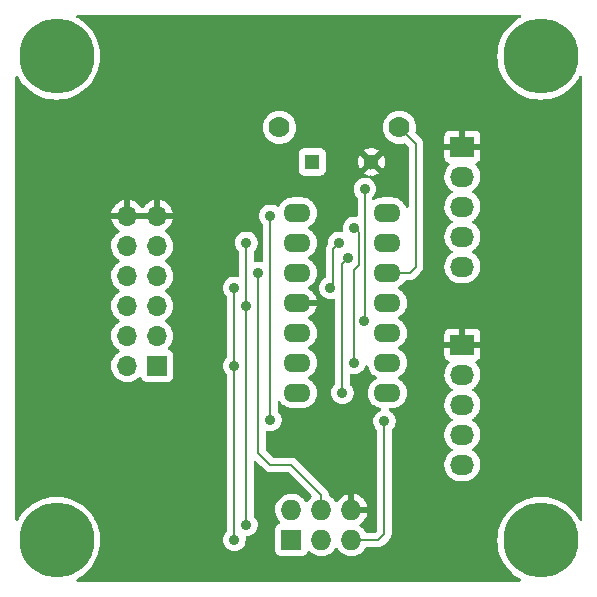
<source format=gbl>
%TF.GenerationSoftware,KiCad,Pcbnew,(6.0.1)*%
%TF.CreationDate,2022-05-17T17:41:02-04:00*%
%TF.ProjectId,SPI-POTX2,5350492d-504f-4545-9832-2e6b69636164,2*%
%TF.SameCoordinates,Original*%
%TF.FileFunction,Copper,L2,Bot*%
%TF.FilePolarity,Positive*%
%FSLAX46Y46*%
G04 Gerber Fmt 4.6, Leading zero omitted, Abs format (unit mm)*
G04 Created by KiCad (PCBNEW (6.0.1)) date 2022-05-17 17:41:02*
%MOMM*%
%LPD*%
G01*
G04 APERTURE LIST*
%TA.AperFunction,ComponentPad*%
%ADD10C,6.350000*%
%TD*%
%TA.AperFunction,ComponentPad*%
%ADD11R,1.727200X1.727200*%
%TD*%
%TA.AperFunction,ComponentPad*%
%ADD12O,1.727200X1.727200*%
%TD*%
%TA.AperFunction,ComponentPad*%
%ADD13R,1.300000X1.300000*%
%TD*%
%TA.AperFunction,ComponentPad*%
%ADD14C,1.300000*%
%TD*%
%TA.AperFunction,ComponentPad*%
%ADD15R,2.032000X1.727200*%
%TD*%
%TA.AperFunction,ComponentPad*%
%ADD16O,2.032000X1.727200*%
%TD*%
%TA.AperFunction,ComponentPad*%
%ADD17C,1.778000*%
%TD*%
%TA.AperFunction,ComponentPad*%
%ADD18O,2.300000X1.600000*%
%TD*%
%TA.AperFunction,ComponentPad*%
%ADD19R,1.700000X1.700000*%
%TD*%
%TA.AperFunction,ComponentPad*%
%ADD20O,1.700000X1.700000*%
%TD*%
%TA.AperFunction,ViaPad*%
%ADD21C,0.889000*%
%TD*%
%TA.AperFunction,Conductor*%
%ADD22C,0.203200*%
%TD*%
G04 APERTURE END LIST*
D10*
%TO.P,MTG5,1*%
%TO.N,N/C*%
X129828427Y-120028427D03*
%TD*%
%TO.P,MTG6,1*%
%TO.N,N/C*%
X129828427Y-79028427D03*
%TD*%
%TO.P,MTG7,1*%
%TO.N,N/C*%
X170828427Y-120028427D03*
%TD*%
%TO.P,MTG?1,1*%
%TO.N,N/C*%
X170828427Y-79028427D03*
%TD*%
D11*
%TO.P,J2,1,P1*%
%TO.N,/MISO*%
X149704427Y-119986427D03*
D12*
%TO.P,J2,2,P2*%
%TO.N,/VCC*%
X149704427Y-117446427D03*
%TO.P,J2,3,P3*%
%TO.N,/SCK*%
X152244427Y-119986427D03*
%TO.P,J2,4,P4*%
%TO.N,/MOSI*%
X152244427Y-117446427D03*
%TO.P,J2,5,P5*%
%TO.N,/SS*%
X154784427Y-119986427D03*
%TO.P,J2,6,P6*%
%TO.N,GND*%
X154784427Y-117446427D03*
%TD*%
D13*
%TO.P,C1,1*%
%TO.N,/VCC*%
X151482427Y-87982427D03*
D14*
%TO.P,C1,2*%
%TO.N,GND*%
X156482427Y-87982427D03*
%TD*%
D15*
%TO.P,POT1,1,P1*%
%TO.N,GND*%
X164182427Y-86712427D03*
D16*
%TO.P,POT1,2,P2*%
%TO.N,/P1B*%
X164182427Y-89252427D03*
%TO.P,POT1,3,P3*%
%TO.N,/P1W*%
X164182427Y-91792427D03*
%TO.P,POT1,4,P4*%
%TO.N,/P1A*%
X164182427Y-94332427D03*
%TO.P,POT1,5,P5*%
%TO.N,/VCC*%
X164182427Y-96872427D03*
%TD*%
D15*
%TO.P,POT2,1,P1*%
%TO.N,GND*%
X164182427Y-103476427D03*
D16*
%TO.P,POT2,2,P2*%
%TO.N,/P0B*%
X164182427Y-106016427D03*
%TO.P,POT2,3,P3*%
%TO.N,/P0W*%
X164182427Y-108556427D03*
%TO.P,POT2,4,P4*%
%TO.N,/P0A*%
X164182427Y-111096427D03*
%TO.P,POT2,5,P5*%
%TO.N,/VCC*%
X164182427Y-113636427D03*
%TD*%
D17*
%TO.P,R1,1*%
%TO.N,/VCC*%
X148688427Y-85061427D03*
%TO.P,R1,2*%
%TO.N,/~{SHDN}*%
X158848427Y-85061427D03*
%TD*%
D18*
%TO.P,U1,1,~{CS}*%
%TO.N,/SS*%
X150212427Y-92300427D03*
%TO.P,U1,2,SCK*%
%TO.N,/SCK*%
X150212427Y-94840427D03*
%TO.P,U1,3,SDI*%
%TO.N,/MOSI*%
X150212427Y-97380427D03*
%TO.P,U1,4,GND*%
%TO.N,GND*%
X150212427Y-99920427D03*
%TO.P,U1,5,P1B*%
%TO.N,/P1B*%
X150212427Y-102460427D03*
%TO.P,U1,6,P1W*%
%TO.N,/P1W*%
X150212427Y-105000427D03*
%TO.P,U1,7,P1A*%
%TO.N,/P1A*%
X150212427Y-107540427D03*
%TO.P,U1,8,P0A*%
%TO.N,/P0A*%
X157832427Y-107540427D03*
%TO.P,U1,9,P0W*%
%TO.N,/P0W*%
X157832427Y-105000427D03*
%TO.P,U1,10,P0B*%
%TO.N,/P0B*%
X157832427Y-102460427D03*
%TO.P,U1,11*%
%TO.N,N/C*%
X157832427Y-99920427D03*
%TO.P,U1,12,~{SHDN}*%
%TO.N,/~{SHDN}*%
X157832427Y-97380427D03*
%TO.P,U1,13,SDO*%
%TO.N,/MISO*%
X157832427Y-94840427D03*
%TO.P,U1,14,VDD*%
%TO.N,/VCC*%
X157832427Y-92300427D03*
%TD*%
D19*
%TO.P,J1,1,Pin_1*%
%TO.N,/MISO*%
X138336427Y-105254427D03*
D20*
%TO.P,J1,2,Pin_2*%
X135796427Y-105254427D03*
%TO.P,J1,3,Pin_3*%
%TO.N,/VCC*%
X138336427Y-102714427D03*
%TO.P,J1,4,Pin_4*%
X135796427Y-102714427D03*
%TO.P,J1,5,Pin_5*%
%TO.N,/SCK*%
X138336427Y-100174427D03*
%TO.P,J1,6,Pin_6*%
X135796427Y-100174427D03*
%TO.P,J1,7,Pin_7*%
%TO.N,/MOSI*%
X138336427Y-97634427D03*
%TO.P,J1,8,Pin_8*%
X135796427Y-97634427D03*
%TO.P,J1,9,Pin_9*%
%TO.N,/SS*%
X138336427Y-95094427D03*
%TO.P,J1,10,Pin_10*%
X135796427Y-95094427D03*
%TO.P,J1,11,Pin_11*%
%TO.N,GND*%
X138336427Y-92554427D03*
%TO.P,J1,12,Pin_12*%
X135796427Y-92554427D03*
%TD*%
D21*
%TO.N,/SCK*%
X145894427Y-100174427D03*
X145894427Y-94840427D03*
X145894427Y-118716427D03*
%TO.N,/MISO*%
X144878427Y-98650427D03*
X153006427Y-98650427D03*
X153768427Y-94840427D03*
X144878427Y-119986427D03*
X144878427Y-105254427D03*
%TO.N,/MOSI*%
X146910427Y-97380427D03*
%TO.N,/SS*%
X157578427Y-109953427D03*
X147926427Y-109826427D03*
X147926427Y-92554427D03*
%TO.N,/P1B*%
X155927427Y-90268427D03*
X155838527Y-101444480D03*
%TO.N,/P1W*%
X155038427Y-93570427D03*
X155038427Y-105000427D03*
%TO.N,/P1A*%
X154022427Y-107540427D03*
X154530427Y-96110427D03*
%TD*%
D22*
%TO.N,/SCK*%
X145894427Y-94840427D02*
X145894427Y-100174427D01*
X145894427Y-100174427D02*
X145894427Y-118716427D01*
%TO.N,/MISO*%
X153768427Y-94840427D02*
X153260427Y-95348427D01*
X153260427Y-98396427D02*
X153006427Y-98650427D01*
X144878427Y-98650427D02*
X144878427Y-105254427D01*
X144878427Y-105254427D02*
X144878427Y-119986427D01*
X153260427Y-95348427D02*
X153260427Y-98396427D01*
%TO.N,/MOSI*%
X152244427Y-116176427D02*
X149704427Y-113636427D01*
X149704427Y-113636427D02*
X147926427Y-113636427D01*
X147926427Y-113636427D02*
X146910427Y-112620427D01*
X152244427Y-117446427D02*
X152244427Y-116176427D01*
X146910427Y-97380427D02*
X146910427Y-112620427D01*
%TO.N,/SS*%
X147926427Y-92554427D02*
X147926427Y-109826427D01*
X157070427Y-119986427D02*
X157578427Y-119478427D01*
X157578427Y-119478427D02*
X157578427Y-109953427D01*
X154784427Y-119986427D02*
X157070427Y-119986427D01*
%TO.N,/P1B*%
X155927427Y-101355580D02*
X155838527Y-101444480D01*
X155927427Y-90268427D02*
X155927427Y-101355580D01*
%TO.N,/P1W*%
X155419427Y-93951427D02*
X155038427Y-93570427D01*
X155038427Y-97126427D02*
X155419427Y-96745427D01*
X155038427Y-105000427D02*
X155038427Y-97126427D01*
X155419427Y-96745427D02*
X155419427Y-93951427D01*
%TO.N,/P1A*%
X154022427Y-107540427D02*
X154022427Y-96618427D01*
X154022427Y-96618427D02*
X154530427Y-96110427D01*
%TO.N,/~{SHDN}*%
X159737427Y-97380427D02*
X160245427Y-96872427D01*
X160245427Y-96872427D02*
X160245427Y-86458427D01*
X160245427Y-86458427D02*
X158848427Y-85061427D01*
X157832427Y-97380427D02*
X159737427Y-97380427D01*
%TD*%
%TA.AperFunction,Conductor*%
%TO.N,GND*%
G36*
X169111550Y-75556429D02*
G01*
X169158043Y-75610085D01*
X169168147Y-75680359D01*
X169138653Y-75744939D01*
X169100632Y-75774694D01*
X168984150Y-75834045D01*
X168660349Y-76044323D01*
X168360302Y-76287296D01*
X168087296Y-76560302D01*
X167844323Y-76860349D01*
X167634045Y-77184150D01*
X167458764Y-77528157D01*
X167320403Y-77888601D01*
X167220476Y-78261533D01*
X167219960Y-78264794D01*
X167161300Y-78635155D01*
X167160078Y-78642868D01*
X167139872Y-79028427D01*
X167160078Y-79413986D01*
X167220476Y-79795321D01*
X167320403Y-80168253D01*
X167458764Y-80528697D01*
X167460262Y-80531637D01*
X167632546Y-80869762D01*
X167634045Y-80872704D01*
X167844323Y-81196505D01*
X168087296Y-81496552D01*
X168360302Y-81769558D01*
X168660349Y-82012531D01*
X168984149Y-82222809D01*
X168987083Y-82224304D01*
X168987090Y-82224308D01*
X169325217Y-82396592D01*
X169328157Y-82398090D01*
X169688601Y-82536451D01*
X170061533Y-82636378D01*
X170264070Y-82668457D01*
X170439620Y-82696262D01*
X170439628Y-82696263D01*
X170442868Y-82696776D01*
X170828427Y-82716982D01*
X171213986Y-82696776D01*
X171217226Y-82696263D01*
X171217234Y-82696262D01*
X171392784Y-82668457D01*
X171595321Y-82636378D01*
X171968253Y-82536451D01*
X172328697Y-82398090D01*
X172331637Y-82396592D01*
X172669764Y-82224308D01*
X172669771Y-82224304D01*
X172672705Y-82222809D01*
X172996505Y-82012531D01*
X173296552Y-81769558D01*
X173569558Y-81496552D01*
X173812531Y-81196505D01*
X174022809Y-80872704D01*
X174082160Y-80756222D01*
X174130909Y-80704607D01*
X174199824Y-80687541D01*
X174267025Y-80710442D01*
X174311177Y-80766040D01*
X174320427Y-80813425D01*
X174320427Y-118243429D01*
X174300425Y-118311550D01*
X174246769Y-118358043D01*
X174176495Y-118368147D01*
X174111915Y-118338653D01*
X174082160Y-118300632D01*
X174024308Y-118187092D01*
X174022809Y-118184150D01*
X174004225Y-118155532D01*
X173814333Y-117863124D01*
X173812531Y-117860349D01*
X173569558Y-117560302D01*
X173296552Y-117287296D01*
X172996505Y-117044323D01*
X172672705Y-116834045D01*
X172669771Y-116832550D01*
X172669764Y-116832546D01*
X172331637Y-116660262D01*
X172328697Y-116658764D01*
X171968253Y-116520403D01*
X171595321Y-116420476D01*
X171392784Y-116388397D01*
X171217234Y-116360592D01*
X171217226Y-116360591D01*
X171213986Y-116360078D01*
X170828427Y-116339872D01*
X170442868Y-116360078D01*
X170439628Y-116360591D01*
X170439620Y-116360592D01*
X170264070Y-116388397D01*
X170061533Y-116420476D01*
X169688601Y-116520403D01*
X169328157Y-116658764D01*
X169325217Y-116660262D01*
X168987091Y-116832546D01*
X168987084Y-116832550D01*
X168984150Y-116834045D01*
X168660349Y-117044323D01*
X168360302Y-117287296D01*
X168087296Y-117560302D01*
X167844323Y-117860349D01*
X167842521Y-117863124D01*
X167652630Y-118155532D01*
X167634045Y-118184150D01*
X167632550Y-118187084D01*
X167632546Y-118187091D01*
X167507037Y-118433416D01*
X167458764Y-118528157D01*
X167441076Y-118574237D01*
X167340149Y-118837162D01*
X167320403Y-118888601D01*
X167220476Y-119261533D01*
X167190499Y-119450802D01*
X167165406Y-119609231D01*
X167160078Y-119642868D01*
X167139872Y-120028427D01*
X167160078Y-120413986D01*
X167160591Y-120417226D01*
X167160592Y-120417234D01*
X167175285Y-120510001D01*
X167220476Y-120795321D01*
X167320403Y-121168253D01*
X167458764Y-121528697D01*
X167634045Y-121872704D01*
X167844323Y-122196505D01*
X168087296Y-122496552D01*
X168360302Y-122769558D01*
X168660349Y-123012531D01*
X168984149Y-123222809D01*
X168987083Y-123224304D01*
X168987090Y-123224308D01*
X169100632Y-123282160D01*
X169152247Y-123330908D01*
X169169313Y-123399823D01*
X169146412Y-123467025D01*
X169090815Y-123511177D01*
X169043429Y-123520427D01*
X131613425Y-123520427D01*
X131545304Y-123500425D01*
X131498811Y-123446769D01*
X131488707Y-123376495D01*
X131518201Y-123311915D01*
X131556222Y-123282160D01*
X131669764Y-123224308D01*
X131669771Y-123224304D01*
X131672705Y-123222809D01*
X131996505Y-123012531D01*
X132296552Y-122769558D01*
X132569558Y-122496552D01*
X132812531Y-122196505D01*
X133022809Y-121872704D01*
X133198090Y-121528697D01*
X133336451Y-121168253D01*
X133436378Y-120795321D01*
X133481569Y-120510001D01*
X133496262Y-120417234D01*
X133496263Y-120417226D01*
X133496776Y-120413986D01*
X133516982Y-120028427D01*
X133514080Y-119973057D01*
X143920909Y-119973057D01*
X143921425Y-119979201D01*
X143926612Y-120040966D01*
X143936548Y-120159294D01*
X143988063Y-120338947D01*
X144009819Y-120381279D01*
X144046056Y-120451789D01*
X144073491Y-120505173D01*
X144077314Y-120509997D01*
X144077317Y-120510001D01*
X144182597Y-120642829D01*
X144189579Y-120651639D01*
X144194273Y-120655634D01*
X144241153Y-120695532D01*
X144331905Y-120772769D01*
X144495048Y-120863946D01*
X144672794Y-120921699D01*
X144858372Y-120943828D01*
X144864507Y-120943356D01*
X144864509Y-120943356D01*
X144926213Y-120938608D01*
X145044714Y-120929490D01*
X145224723Y-120879231D01*
X145230212Y-120876458D01*
X145230218Y-120876456D01*
X145307586Y-120837374D01*
X145391541Y-120794965D01*
X145419951Y-120772769D01*
X145443913Y-120754048D01*
X145538814Y-120679902D01*
X145542840Y-120675238D01*
X145542843Y-120675235D01*
X145656907Y-120543090D01*
X145660934Y-120538425D01*
X145733494Y-120410696D01*
X145750205Y-120381279D01*
X145750206Y-120381278D01*
X145753248Y-120375922D01*
X145767518Y-120333027D01*
X145810294Y-120204436D01*
X145812241Y-120198584D01*
X145834154Y-120025126D01*
X145835223Y-120016668D01*
X145835224Y-120016659D01*
X145835665Y-120013165D01*
X145836038Y-119986427D01*
X145818459Y-119807149D01*
X145831718Y-119737402D01*
X145880581Y-119685895D01*
X145934191Y-119669225D01*
X146060714Y-119659490D01*
X146240723Y-119609231D01*
X146246212Y-119606458D01*
X146246218Y-119606456D01*
X146347090Y-119555501D01*
X146407541Y-119524965D01*
X146432362Y-119505573D01*
X146496367Y-119455566D01*
X146554814Y-119409902D01*
X146558840Y-119405238D01*
X146558843Y-119405235D01*
X146637039Y-119314644D01*
X146676934Y-119268425D01*
X146730844Y-119173525D01*
X146766205Y-119111279D01*
X146766206Y-119111278D01*
X146769248Y-119105922D01*
X146784948Y-119058728D01*
X146802783Y-119005112D01*
X146828241Y-118928584D01*
X146838566Y-118846857D01*
X146851223Y-118746668D01*
X146851224Y-118746659D01*
X146851665Y-118743165D01*
X146852038Y-118716427D01*
X146833800Y-118530426D01*
X146831814Y-118523846D01*
X146781563Y-118357410D01*
X146779782Y-118351510D01*
X146692042Y-118186493D01*
X146573920Y-118041662D01*
X146569184Y-118037744D01*
X146569175Y-118037735D01*
X146550211Y-118022047D01*
X146510473Y-117963213D01*
X146504527Y-117924963D01*
X146504527Y-113381529D01*
X146524529Y-113313408D01*
X146578185Y-113266915D01*
X146648459Y-113256811D01*
X146713039Y-113286305D01*
X146719620Y-113292431D01*
X147123152Y-113695964D01*
X147441511Y-114014323D01*
X147448617Y-114022133D01*
X147452601Y-114028410D01*
X147458379Y-114033836D01*
X147500358Y-114073257D01*
X147503200Y-114076012D01*
X147522162Y-114094974D01*
X147525289Y-114097400D01*
X147525930Y-114097965D01*
X147534088Y-114104933D01*
X147564969Y-114133931D01*
X147581746Y-114143155D01*
X147598259Y-114154002D01*
X147607125Y-114160879D01*
X147607130Y-114160882D01*
X147613393Y-114165740D01*
X147652274Y-114182565D01*
X147662922Y-114187781D01*
X147700049Y-114208192D01*
X147718588Y-114212952D01*
X147737286Y-114219353D01*
X147754862Y-114226959D01*
X147796705Y-114233586D01*
X147808324Y-114235992D01*
X147849353Y-114246527D01*
X147868491Y-114246527D01*
X147888201Y-114248078D01*
X147907111Y-114251073D01*
X147949287Y-114247086D01*
X147961146Y-114246527D01*
X149399526Y-114246527D01*
X149467647Y-114266529D01*
X149488621Y-114283432D01*
X151394274Y-116189085D01*
X151428300Y-116251397D01*
X151423235Y-116322212D01*
X151380831Y-116378941D01*
X151334471Y-116413749D01*
X151330332Y-116416857D01*
X151174451Y-116579977D01*
X151171539Y-116584246D01*
X151171533Y-116584254D01*
X151077930Y-116721470D01*
X151023019Y-116766473D01*
X150952494Y-116774644D01*
X150888747Y-116743390D01*
X150868050Y-116718906D01*
X150798061Y-116610718D01*
X150798059Y-116610715D01*
X150795253Y-116606378D01*
X150643404Y-116439498D01*
X150639353Y-116436299D01*
X150639349Y-116436295D01*
X150470393Y-116302861D01*
X150470389Y-116302859D01*
X150466338Y-116299659D01*
X150268810Y-116190618D01*
X150056125Y-116115303D01*
X150027222Y-116110154D01*
X149839084Y-116076641D01*
X149839080Y-116076641D01*
X149833996Y-116075735D01*
X149762001Y-116074856D01*
X149613556Y-116073042D01*
X149613554Y-116073042D01*
X149608386Y-116072979D01*
X149385356Y-116107107D01*
X149170895Y-116177204D01*
X149166303Y-116179594D01*
X149166304Y-116179594D01*
X149027606Y-116251796D01*
X148970762Y-116281387D01*
X148966629Y-116284490D01*
X148966626Y-116284492D01*
X148794471Y-116413749D01*
X148790332Y-116416857D01*
X148634451Y-116579977D01*
X148507305Y-116766367D01*
X148505131Y-116771051D01*
X148505129Y-116771054D01*
X148433829Y-116924658D01*
X148412308Y-116971020D01*
X148352012Y-117188440D01*
X148328036Y-117412789D01*
X148328333Y-117417941D01*
X148328333Y-117417945D01*
X148336406Y-117557958D01*
X148341024Y-117638041D01*
X148342161Y-117643087D01*
X148342162Y-117643093D01*
X148359131Y-117718387D01*
X148390627Y-117858147D01*
X148392569Y-117862929D01*
X148392570Y-117862933D01*
X148467081Y-118046431D01*
X148475513Y-118067196D01*
X148478212Y-118071600D01*
X148548985Y-118187091D01*
X148593402Y-118259574D01*
X148738336Y-118426889D01*
X148738336Y-118426890D01*
X148741129Y-118430114D01*
X148740463Y-118430691D01*
X148772883Y-118488614D01*
X148768558Y-118559479D01*
X148726608Y-118616757D01*
X148694278Y-118634665D01*
X148602532Y-118669059D01*
X148602531Y-118669060D01*
X148594122Y-118672212D01*
X148477566Y-118759566D01*
X148390212Y-118876122D01*
X148339082Y-119012511D01*
X148332327Y-119074693D01*
X148332327Y-120898161D01*
X148339082Y-120960343D01*
X148390212Y-121096732D01*
X148477566Y-121213288D01*
X148594122Y-121300642D01*
X148730511Y-121351772D01*
X148792693Y-121358527D01*
X150616161Y-121358527D01*
X150678343Y-121351772D01*
X150814732Y-121300642D01*
X150931288Y-121213288D01*
X151018642Y-121096732D01*
X151056640Y-120995373D01*
X151099281Y-120938608D01*
X151165843Y-120913908D01*
X151235192Y-120929115D01*
X151269858Y-120957103D01*
X151281129Y-120970114D01*
X151454726Y-121114237D01*
X151459178Y-121116839D01*
X151459183Y-121116842D01*
X151611943Y-121206108D01*
X151649530Y-121228072D01*
X151860311Y-121308561D01*
X151865379Y-121309592D01*
X151865382Y-121309593D01*
X151973831Y-121331657D01*
X152081408Y-121353544D01*
X152086583Y-121353734D01*
X152086585Y-121353734D01*
X152301719Y-121361623D01*
X152301723Y-121361623D01*
X152306883Y-121361812D01*
X152312003Y-121361156D01*
X152312005Y-121361156D01*
X152406912Y-121348998D01*
X152530680Y-121333143D01*
X152535629Y-121331658D01*
X152535635Y-121331657D01*
X152741840Y-121269792D01*
X152741839Y-121269792D01*
X152746790Y-121268307D01*
X152893785Y-121196295D01*
X152944758Y-121171324D01*
X152944763Y-121171321D01*
X152949409Y-121169045D01*
X152953619Y-121166042D01*
X152953624Y-121166039D01*
X153128882Y-121041028D01*
X153128886Y-121041024D01*
X153133094Y-121038023D01*
X153292914Y-120878760D01*
X153413797Y-120710534D01*
X153469791Y-120666886D01*
X153540495Y-120660440D01*
X153603459Y-120693243D01*
X153623552Y-120718226D01*
X153670702Y-120795170D01*
X153670710Y-120795180D01*
X153673402Y-120799574D01*
X153821129Y-120970114D01*
X153994726Y-121114237D01*
X153999178Y-121116839D01*
X153999183Y-121116842D01*
X154151943Y-121206108D01*
X154189530Y-121228072D01*
X154400311Y-121308561D01*
X154405379Y-121309592D01*
X154405382Y-121309593D01*
X154513831Y-121331657D01*
X154621408Y-121353544D01*
X154626583Y-121353734D01*
X154626585Y-121353734D01*
X154841719Y-121361623D01*
X154841723Y-121361623D01*
X154846883Y-121361812D01*
X154852003Y-121361156D01*
X154852005Y-121361156D01*
X154946912Y-121348998D01*
X155070680Y-121333143D01*
X155075629Y-121331658D01*
X155075635Y-121331657D01*
X155281840Y-121269792D01*
X155281839Y-121269792D01*
X155286790Y-121268307D01*
X155433785Y-121196295D01*
X155484758Y-121171324D01*
X155484763Y-121171321D01*
X155489409Y-121169045D01*
X155493619Y-121166042D01*
X155493624Y-121166039D01*
X155668882Y-121041028D01*
X155668886Y-121041024D01*
X155673094Y-121038023D01*
X155832914Y-120878760D01*
X155964577Y-120695532D01*
X155978827Y-120666699D01*
X156026942Y-120614492D01*
X156091784Y-120596527D01*
X156994749Y-120596527D01*
X157005301Y-120597025D01*
X157012555Y-120598646D01*
X157078022Y-120596589D01*
X157081979Y-120596527D01*
X157108810Y-120596527D01*
X157112737Y-120596031D01*
X157113643Y-120595974D01*
X157124287Y-120595135D01*
X157166626Y-120593805D01*
X157185013Y-120588463D01*
X157204370Y-120584455D01*
X157215492Y-120583050D01*
X157215493Y-120583050D01*
X157223359Y-120582056D01*
X157233931Y-120577871D01*
X157262745Y-120566463D01*
X157273972Y-120562619D01*
X157307036Y-120553012D01*
X157307038Y-120553011D01*
X157314652Y-120550799D01*
X157331132Y-120541053D01*
X157348872Y-120532362D01*
X157366681Y-120525311D01*
X157400959Y-120500406D01*
X157410877Y-120493892D01*
X157440510Y-120476368D01*
X157440515Y-120476364D01*
X157447333Y-120472332D01*
X157460860Y-120458805D01*
X157475894Y-120445964D01*
X157484974Y-120439367D01*
X157484975Y-120439366D01*
X157491389Y-120434706D01*
X157518401Y-120402054D01*
X157526390Y-120393275D01*
X157956310Y-119963355D01*
X157964128Y-119956239D01*
X157970410Y-119952253D01*
X158015272Y-119904480D01*
X158018027Y-119901638D01*
X158036973Y-119882692D01*
X158039408Y-119879553D01*
X158039981Y-119878903D01*
X158046928Y-119870772D01*
X158070501Y-119845668D01*
X158070503Y-119845665D01*
X158075931Y-119839885D01*
X158079751Y-119832937D01*
X158085155Y-119823107D01*
X158096011Y-119806580D01*
X158102882Y-119797722D01*
X158107739Y-119791461D01*
X158124559Y-119752592D01*
X158129781Y-119741932D01*
X158132271Y-119737402D01*
X158150192Y-119704805D01*
X158154952Y-119686265D01*
X158161356Y-119667560D01*
X158165809Y-119657270D01*
X158168958Y-119649993D01*
X158170198Y-119642161D01*
X158170200Y-119642156D01*
X158175587Y-119608148D01*
X158177993Y-119596526D01*
X158188527Y-119555501D01*
X158188527Y-119536364D01*
X158190078Y-119516653D01*
X158191833Y-119505573D01*
X158191833Y-119505571D01*
X158193073Y-119497743D01*
X158189086Y-119455566D01*
X158188527Y-119443708D01*
X158188527Y-113571559D01*
X162654495Y-113571559D01*
X162663230Y-113804249D01*
X162664325Y-113809467D01*
X162709151Y-114023102D01*
X162711047Y-114032140D01*
X162796577Y-114248717D01*
X162917376Y-114447786D01*
X163069988Y-114623657D01*
X163074114Y-114627040D01*
X163074118Y-114627044D01*
X163170342Y-114705942D01*
X163250051Y-114771299D01*
X163254687Y-114773938D01*
X163254690Y-114773940D01*
X163364909Y-114836680D01*
X163452416Y-114886492D01*
X163457432Y-114888313D01*
X163457437Y-114888315D01*
X163666281Y-114964122D01*
X163666285Y-114964123D01*
X163671296Y-114965942D01*
X163676545Y-114966891D01*
X163676548Y-114966892D01*
X163756656Y-114981378D01*
X163900434Y-115007377D01*
X163904573Y-115007572D01*
X163904580Y-115007573D01*
X163923332Y-115008457D01*
X163923341Y-115008457D01*
X163924821Y-115008527D01*
X164393295Y-115008527D01*
X164460802Y-115002799D01*
X164561536Y-114994252D01*
X164561540Y-114994251D01*
X164566847Y-114993801D01*
X164572004Y-114992463D01*
X164572007Y-114992462D01*
X164787064Y-114936644D01*
X164787068Y-114936643D01*
X164792233Y-114935302D01*
X164797099Y-114933110D01*
X164797102Y-114933109D01*
X164999667Y-114841860D01*
X165004540Y-114839665D01*
X165197699Y-114709623D01*
X165366185Y-114548895D01*
X165505181Y-114362077D01*
X165610713Y-114154511D01*
X165654243Y-114014323D01*
X165678180Y-113937234D01*
X165678181Y-113937228D01*
X165679764Y-113932131D01*
X165710359Y-113701295D01*
X165701624Y-113468605D01*
X165659305Y-113266915D01*
X165654904Y-113245941D01*
X165654903Y-113245938D01*
X165653807Y-113240714D01*
X165568277Y-113024137D01*
X165447478Y-112825068D01*
X165294866Y-112649197D01*
X165290740Y-112645814D01*
X165290736Y-112645810D01*
X165118931Y-112504940D01*
X165114803Y-112501555D01*
X165110167Y-112498916D01*
X165110164Y-112498914D01*
X165069175Y-112475582D01*
X165019869Y-112424500D01*
X165006007Y-112354869D01*
X165031990Y-112288798D01*
X165061140Y-112261560D01*
X165113269Y-112226464D01*
X165197699Y-112169623D01*
X165366185Y-112008895D01*
X165505181Y-111822077D01*
X165610713Y-111614511D01*
X165650333Y-111486913D01*
X165678180Y-111397234D01*
X165678181Y-111397228D01*
X165679764Y-111392131D01*
X165710359Y-111161295D01*
X165701624Y-110928605D01*
X165668238Y-110769490D01*
X165654904Y-110705941D01*
X165654903Y-110705938D01*
X165653807Y-110700714D01*
X165568277Y-110484137D01*
X165447478Y-110285068D01*
X165294866Y-110109197D01*
X165290740Y-110105814D01*
X165290736Y-110105810D01*
X165141772Y-109983668D01*
X165114803Y-109961555D01*
X165110167Y-109958916D01*
X165110164Y-109958914D01*
X165069175Y-109935582D01*
X165019869Y-109884500D01*
X165006007Y-109814869D01*
X165031990Y-109748798D01*
X165061140Y-109721560D01*
X165172541Y-109646560D01*
X165197699Y-109629623D01*
X165240797Y-109588510D01*
X165362323Y-109472579D01*
X165366185Y-109468895D01*
X165505181Y-109282077D01*
X165565343Y-109163748D01*
X165608294Y-109079269D01*
X165608294Y-109079268D01*
X165610713Y-109074511D01*
X165650333Y-108946913D01*
X165678180Y-108857234D01*
X165678181Y-108857228D01*
X165679764Y-108852131D01*
X165702850Y-108677950D01*
X165709659Y-108626579D01*
X165709659Y-108626575D01*
X165710359Y-108621295D01*
X165701624Y-108388605D01*
X165669164Y-108233902D01*
X165654904Y-108165941D01*
X165654903Y-108165938D01*
X165653807Y-108160714D01*
X165568277Y-107944137D01*
X165447478Y-107745068D01*
X165294866Y-107569197D01*
X165290740Y-107565814D01*
X165290736Y-107565810D01*
X165118931Y-107424940D01*
X165114803Y-107421555D01*
X165110167Y-107418916D01*
X165110164Y-107418914D01*
X165069175Y-107395582D01*
X165019869Y-107344500D01*
X165006007Y-107274869D01*
X165031990Y-107208798D01*
X165061140Y-107181560D01*
X165187493Y-107096494D01*
X165197699Y-107089623D01*
X165280649Y-107010493D01*
X165362323Y-106932579D01*
X165366185Y-106928895D01*
X165505181Y-106742077D01*
X165610713Y-106534511D01*
X165651578Y-106402904D01*
X165678180Y-106317234D01*
X165678181Y-106317228D01*
X165679764Y-106312131D01*
X165697420Y-106178918D01*
X165709659Y-106086579D01*
X165709659Y-106086575D01*
X165710359Y-106081295D01*
X165701624Y-105848605D01*
X165669164Y-105693902D01*
X165654904Y-105625941D01*
X165654903Y-105625938D01*
X165653807Y-105620714D01*
X165568277Y-105404137D01*
X165447478Y-105205068D01*
X165294866Y-105029197D01*
X165296552Y-105027734D01*
X165266335Y-104974162D01*
X165270424Y-104903283D01*
X165312184Y-104845867D01*
X165344845Y-104827704D01*
X165436481Y-104793351D01*
X165452076Y-104784813D01*
X165554151Y-104708312D01*
X165566712Y-104695751D01*
X165643213Y-104593676D01*
X165651751Y-104578081D01*
X165696905Y-104457633D01*
X165700532Y-104442378D01*
X165706058Y-104391513D01*
X165706427Y-104384699D01*
X165706427Y-103748542D01*
X165701952Y-103733303D01*
X165700562Y-103732098D01*
X165692879Y-103730427D01*
X162676543Y-103730427D01*
X162661304Y-103734902D01*
X162660099Y-103736292D01*
X162658428Y-103743975D01*
X162658428Y-104384696D01*
X162658798Y-104391517D01*
X162664322Y-104442379D01*
X162667948Y-104457631D01*
X162713103Y-104578081D01*
X162721641Y-104593676D01*
X162798142Y-104695751D01*
X162810703Y-104708312D01*
X162912778Y-104784813D01*
X162928373Y-104793351D01*
X163024503Y-104829389D01*
X163081267Y-104872031D01*
X163105967Y-104938593D01*
X163090759Y-105007941D01*
X163067244Y-105038541D01*
X163002536Y-105100269D01*
X163002530Y-105100276D01*
X162998669Y-105103959D01*
X162859673Y-105290777D01*
X162754141Y-105498343D01*
X162737348Y-105552425D01*
X162686674Y-105715620D01*
X162686673Y-105715626D01*
X162685090Y-105720723D01*
X162669252Y-105840216D01*
X162657339Y-105930105D01*
X162654495Y-105951559D01*
X162654695Y-105956889D01*
X162654695Y-105956890D01*
X162654730Y-105957828D01*
X162663230Y-106184249D01*
X162673818Y-106234711D01*
X162685830Y-106291956D01*
X162711047Y-106412140D01*
X162796577Y-106628717D01*
X162917376Y-106827786D01*
X162920873Y-106831816D01*
X163062208Y-106994691D01*
X163069988Y-107003657D01*
X163074114Y-107007040D01*
X163074118Y-107007044D01*
X163170342Y-107085942D01*
X163250051Y-107151299D01*
X163254687Y-107153938D01*
X163254690Y-107153940D01*
X163295679Y-107177272D01*
X163344985Y-107228354D01*
X163358847Y-107297985D01*
X163332864Y-107364056D01*
X163303714Y-107391294D01*
X163167155Y-107483231D01*
X163163298Y-107486910D01*
X163163296Y-107486912D01*
X163107198Y-107540427D01*
X162998669Y-107643959D01*
X162859673Y-107830777D01*
X162754141Y-108038343D01*
X162737348Y-108092425D01*
X162686674Y-108255620D01*
X162686673Y-108255626D01*
X162685090Y-108260723D01*
X162669252Y-108380216D01*
X162662594Y-108430456D01*
X162654495Y-108491559D01*
X162654695Y-108496889D01*
X162654695Y-108496890D01*
X162654730Y-108497828D01*
X162663230Y-108724249D01*
X162711047Y-108952140D01*
X162796577Y-109168717D01*
X162917376Y-109367786D01*
X162920873Y-109371816D01*
X163003825Y-109467410D01*
X163069988Y-109543657D01*
X163074114Y-109547040D01*
X163074118Y-109547044D01*
X163116815Y-109582053D01*
X163250051Y-109691299D01*
X163254687Y-109693938D01*
X163254690Y-109693940D01*
X163295679Y-109717272D01*
X163344985Y-109768354D01*
X163358847Y-109837985D01*
X163332864Y-109904056D01*
X163303714Y-109931294D01*
X163167155Y-110023231D01*
X162998669Y-110183959D01*
X162859673Y-110370777D01*
X162754141Y-110578343D01*
X162734302Y-110642235D01*
X162686674Y-110795620D01*
X162686673Y-110795626D01*
X162685090Y-110800723D01*
X162654495Y-111031559D01*
X162663230Y-111264249D01*
X162711047Y-111492140D01*
X162796577Y-111708717D01*
X162917376Y-111907786D01*
X163069988Y-112083657D01*
X163074114Y-112087040D01*
X163074118Y-112087044D01*
X163170342Y-112165942D01*
X163250051Y-112231299D01*
X163254687Y-112233938D01*
X163254690Y-112233940D01*
X163295679Y-112257272D01*
X163344985Y-112308354D01*
X163358847Y-112377985D01*
X163332864Y-112444056D01*
X163303714Y-112471294D01*
X163167155Y-112563231D01*
X162998669Y-112723959D01*
X162859673Y-112910777D01*
X162754141Y-113118343D01*
X162729327Y-113198256D01*
X162686674Y-113335620D01*
X162686673Y-113335626D01*
X162685090Y-113340723D01*
X162654495Y-113571559D01*
X158188527Y-113571559D01*
X158188527Y-110747645D01*
X158208529Y-110679524D01*
X158230234Y-110655724D01*
X158229494Y-110654947D01*
X158233958Y-110650696D01*
X158238814Y-110646902D01*
X158242840Y-110642238D01*
X158242843Y-110642235D01*
X158356907Y-110510090D01*
X158360934Y-110505425D01*
X158437424Y-110370777D01*
X158450205Y-110348279D01*
X158450206Y-110348278D01*
X158453248Y-110342922D01*
X158467518Y-110300027D01*
X158482645Y-110254553D01*
X158512241Y-110165584D01*
X158529058Y-110032464D01*
X158535223Y-109983668D01*
X158535224Y-109983659D01*
X158535665Y-109980165D01*
X158536038Y-109953427D01*
X158517800Y-109767426D01*
X158513846Y-109754328D01*
X158465563Y-109594410D01*
X158463782Y-109588510D01*
X158376042Y-109423493D01*
X158333895Y-109371816D01*
X158261815Y-109283437D01*
X158261812Y-109283434D01*
X158257920Y-109278662D01*
X158253171Y-109274733D01*
X158118666Y-109163461D01*
X158118663Y-109163459D01*
X158113916Y-109159532D01*
X157977482Y-109085762D01*
X157927075Y-109035768D01*
X157911697Y-108966457D01*
X157936233Y-108899835D01*
X157992893Y-108857054D01*
X158037412Y-108848927D01*
X158239554Y-108848927D01*
X158242271Y-108848689D01*
X158242278Y-108848689D01*
X158310947Y-108842681D01*
X158410514Y-108833970D01*
X158415827Y-108832546D01*
X158415829Y-108832546D01*
X158626360Y-108776134D01*
X158626362Y-108776133D01*
X158631670Y-108774711D01*
X158728697Y-108729467D01*
X158834189Y-108680276D01*
X158834194Y-108680273D01*
X158839176Y-108677950D01*
X158944038Y-108604525D01*
X159022216Y-108549784D01*
X159022219Y-108549782D01*
X159026727Y-108546625D01*
X159188625Y-108384727D01*
X159319950Y-108197176D01*
X159322273Y-108192194D01*
X159322276Y-108192189D01*
X159414388Y-107994652D01*
X159414388Y-107994651D01*
X159416711Y-107989670D01*
X159441161Y-107898424D01*
X159474546Y-107773829D01*
X159474546Y-107773827D01*
X159475970Y-107768514D01*
X159495925Y-107540427D01*
X159475970Y-107312340D01*
X159472124Y-107297985D01*
X159418134Y-107096494D01*
X159418133Y-107096492D01*
X159416711Y-107091184D01*
X159381622Y-107015934D01*
X159322276Y-106888665D01*
X159322273Y-106888660D01*
X159319950Y-106883678D01*
X159188625Y-106696127D01*
X159026727Y-106534229D01*
X159022219Y-106531072D01*
X159022216Y-106531070D01*
X158874445Y-106427600D01*
X158839176Y-106402904D01*
X158834194Y-106400581D01*
X158834189Y-106400578D01*
X158799970Y-106384622D01*
X158746685Y-106337705D01*
X158727224Y-106269428D01*
X158747766Y-106201468D01*
X158799970Y-106156232D01*
X158834189Y-106140276D01*
X158834194Y-106140273D01*
X158839176Y-106137950D01*
X158945620Y-106063417D01*
X159022216Y-106009784D01*
X159022219Y-106009782D01*
X159026727Y-106006625D01*
X159188625Y-105844727D01*
X159319950Y-105657176D01*
X159322273Y-105652194D01*
X159322276Y-105652189D01*
X159414388Y-105454652D01*
X159414388Y-105454651D01*
X159416711Y-105449670D01*
X159475970Y-105228514D01*
X159495925Y-105000427D01*
X159475970Y-104772340D01*
X159466713Y-104737793D01*
X159418134Y-104556494D01*
X159418133Y-104556491D01*
X159416711Y-104551184D01*
X159406753Y-104529828D01*
X159322276Y-104348665D01*
X159322273Y-104348660D01*
X159319950Y-104343678D01*
X159225621Y-104208963D01*
X159191784Y-104160638D01*
X159191782Y-104160635D01*
X159188625Y-104156127D01*
X159026727Y-103994229D01*
X159022219Y-103991072D01*
X159022216Y-103991070D01*
X158928631Y-103925541D01*
X158839176Y-103862904D01*
X158834194Y-103860581D01*
X158834189Y-103860578D01*
X158799970Y-103844622D01*
X158746685Y-103797705D01*
X158727224Y-103729428D01*
X158747766Y-103661468D01*
X158799970Y-103616232D01*
X158834189Y-103600276D01*
X158834194Y-103600273D01*
X158839176Y-103597950D01*
X158945620Y-103523417D01*
X159022216Y-103469784D01*
X159022219Y-103469782D01*
X159026727Y-103466625D01*
X159188625Y-103304727D01*
X159258937Y-103204312D01*
X162658427Y-103204312D01*
X162662902Y-103219551D01*
X162664292Y-103220756D01*
X162671975Y-103222427D01*
X163910312Y-103222427D01*
X163925551Y-103217952D01*
X163926756Y-103216562D01*
X163928427Y-103208879D01*
X163928427Y-103204312D01*
X164436427Y-103204312D01*
X164440902Y-103219551D01*
X164442292Y-103220756D01*
X164449975Y-103222427D01*
X165688311Y-103222427D01*
X165703550Y-103217952D01*
X165704755Y-103216562D01*
X165706426Y-103208879D01*
X165706426Y-102568158D01*
X165706056Y-102561337D01*
X165700532Y-102510475D01*
X165696906Y-102495223D01*
X165651751Y-102374773D01*
X165643213Y-102359178D01*
X165566712Y-102257103D01*
X165554151Y-102244542D01*
X165452076Y-102168041D01*
X165436481Y-102159503D01*
X165316033Y-102114349D01*
X165300778Y-102110722D01*
X165249913Y-102105196D01*
X165243099Y-102104827D01*
X164454542Y-102104827D01*
X164439303Y-102109302D01*
X164438098Y-102110692D01*
X164436427Y-102118375D01*
X164436427Y-103204312D01*
X163928427Y-103204312D01*
X163928427Y-102122943D01*
X163923952Y-102107704D01*
X163922562Y-102106499D01*
X163914879Y-102104828D01*
X163121758Y-102104828D01*
X163114937Y-102105198D01*
X163064075Y-102110722D01*
X163048823Y-102114348D01*
X162928373Y-102159503D01*
X162912778Y-102168041D01*
X162810703Y-102244542D01*
X162798142Y-102257103D01*
X162721641Y-102359178D01*
X162713103Y-102374773D01*
X162667949Y-102495221D01*
X162664322Y-102510476D01*
X162658796Y-102561341D01*
X162658427Y-102568155D01*
X162658427Y-103204312D01*
X159258937Y-103204312D01*
X159319950Y-103117176D01*
X159322273Y-103112194D01*
X159322276Y-103112189D01*
X159414388Y-102914652D01*
X159414388Y-102914651D01*
X159416711Y-102909670D01*
X159452082Y-102777667D01*
X159474546Y-102693829D01*
X159474546Y-102693827D01*
X159475970Y-102688514D01*
X159495925Y-102460427D01*
X159475970Y-102232340D01*
X159474546Y-102227025D01*
X159418134Y-102016494D01*
X159418133Y-102016492D01*
X159416711Y-102011184D01*
X159358824Y-101887044D01*
X159322276Y-101808665D01*
X159322273Y-101808660D01*
X159319950Y-101803678D01*
X159188625Y-101616127D01*
X159026727Y-101454229D01*
X159022219Y-101451072D01*
X159022216Y-101451070D01*
X158877973Y-101350070D01*
X158839176Y-101322904D01*
X158834194Y-101320581D01*
X158834189Y-101320578D01*
X158799970Y-101304622D01*
X158746685Y-101257705D01*
X158727224Y-101189428D01*
X158747766Y-101121468D01*
X158799970Y-101076232D01*
X158834189Y-101060276D01*
X158834194Y-101060273D01*
X158839176Y-101057950D01*
X158945620Y-100983417D01*
X159022216Y-100929784D01*
X159022219Y-100929782D01*
X159026727Y-100926625D01*
X159188625Y-100764727D01*
X159319950Y-100577176D01*
X159322273Y-100572194D01*
X159322276Y-100572189D01*
X159414388Y-100374652D01*
X159414388Y-100374651D01*
X159416711Y-100369670D01*
X159452082Y-100237667D01*
X159474546Y-100153829D01*
X159474546Y-100153827D01*
X159475970Y-100148514D01*
X159495925Y-99920427D01*
X159475970Y-99692340D01*
X159474546Y-99687025D01*
X159418134Y-99476494D01*
X159418133Y-99476492D01*
X159416711Y-99471184D01*
X159398801Y-99432776D01*
X159322276Y-99268665D01*
X159322273Y-99268660D01*
X159319950Y-99263678D01*
X159188625Y-99076127D01*
X159026727Y-98914229D01*
X159022219Y-98911072D01*
X159022216Y-98911070D01*
X158905316Y-98829216D01*
X158839176Y-98782904D01*
X158834194Y-98780581D01*
X158834189Y-98780578D01*
X158799970Y-98764622D01*
X158746685Y-98717705D01*
X158727224Y-98649428D01*
X158747766Y-98581468D01*
X158799970Y-98536232D01*
X158834189Y-98520276D01*
X158834194Y-98520273D01*
X158839176Y-98517950D01*
X158945620Y-98443417D01*
X159022216Y-98389784D01*
X159022219Y-98389782D01*
X159026727Y-98386625D01*
X159188625Y-98224727D01*
X159203914Y-98202892D01*
X159314993Y-98044256D01*
X159370450Y-97999928D01*
X159418206Y-97990527D01*
X159661749Y-97990527D01*
X159672301Y-97991025D01*
X159679555Y-97992646D01*
X159745022Y-97990589D01*
X159748979Y-97990527D01*
X159775810Y-97990527D01*
X159779737Y-97990031D01*
X159780643Y-97989974D01*
X159791287Y-97989135D01*
X159833626Y-97987805D01*
X159852013Y-97982463D01*
X159871370Y-97978455D01*
X159882492Y-97977050D01*
X159882493Y-97977050D01*
X159890359Y-97976056D01*
X159903228Y-97970961D01*
X159929745Y-97960463D01*
X159940972Y-97956619D01*
X159974036Y-97947012D01*
X159974038Y-97947011D01*
X159981652Y-97944799D01*
X159998132Y-97935053D01*
X160015872Y-97926362D01*
X160033681Y-97919311D01*
X160067959Y-97894407D01*
X160077879Y-97887891D01*
X160107506Y-97870370D01*
X160107509Y-97870368D01*
X160114333Y-97866332D01*
X160127860Y-97852805D01*
X160142894Y-97839964D01*
X160151974Y-97833367D01*
X160151975Y-97833366D01*
X160158389Y-97828706D01*
X160185401Y-97796054D01*
X160193390Y-97787275D01*
X160623310Y-97357355D01*
X160631128Y-97350239D01*
X160637410Y-97346253D01*
X160682272Y-97298480D01*
X160685027Y-97295638D01*
X160703973Y-97276692D01*
X160706408Y-97273553D01*
X160706981Y-97272903D01*
X160713928Y-97264772D01*
X160737501Y-97239668D01*
X160737503Y-97239665D01*
X160742931Y-97233885D01*
X160746751Y-97226937D01*
X160752155Y-97217107D01*
X160763011Y-97200580D01*
X160769882Y-97191722D01*
X160774739Y-97185461D01*
X160791559Y-97146592D01*
X160796781Y-97135932D01*
X160797412Y-97134785D01*
X160817192Y-97098805D01*
X160821952Y-97080265D01*
X160828356Y-97061560D01*
X160832809Y-97051270D01*
X160835958Y-97043993D01*
X160837198Y-97036161D01*
X160837200Y-97036156D01*
X160842587Y-97002148D01*
X160844993Y-96990526D01*
X160855527Y-96949501D01*
X160855527Y-96930364D01*
X160857078Y-96910653D01*
X160858833Y-96899573D01*
X160858833Y-96899571D01*
X160860073Y-96891743D01*
X160856086Y-96849566D01*
X160855527Y-96837708D01*
X160855527Y-96807559D01*
X162654495Y-96807559D01*
X162663230Y-97040249D01*
X162667702Y-97061560D01*
X162702402Y-97226937D01*
X162711047Y-97268140D01*
X162796577Y-97484717D01*
X162917376Y-97683786D01*
X162920873Y-97687816D01*
X163058377Y-97846276D01*
X163069988Y-97859657D01*
X163074114Y-97863040D01*
X163074118Y-97863044D01*
X163192930Y-97960463D01*
X163250051Y-98007299D01*
X163254687Y-98009938D01*
X163254690Y-98009940D01*
X163330605Y-98053153D01*
X163452416Y-98122492D01*
X163457432Y-98124313D01*
X163457437Y-98124315D01*
X163666281Y-98200122D01*
X163666285Y-98200123D01*
X163671296Y-98201942D01*
X163676545Y-98202891D01*
X163676548Y-98202892D01*
X163756656Y-98217378D01*
X163900434Y-98243377D01*
X163904573Y-98243572D01*
X163904580Y-98243573D01*
X163923332Y-98244457D01*
X163923341Y-98244457D01*
X163924821Y-98244527D01*
X164393295Y-98244527D01*
X164460802Y-98238799D01*
X164561536Y-98230252D01*
X164561540Y-98230251D01*
X164566847Y-98229801D01*
X164572004Y-98228463D01*
X164572007Y-98228462D01*
X164787064Y-98172644D01*
X164787068Y-98172643D01*
X164792233Y-98171302D01*
X164797099Y-98169110D01*
X164797102Y-98169109D01*
X164999667Y-98077860D01*
X165004540Y-98075665D01*
X165197699Y-97945623D01*
X165202791Y-97940766D01*
X165330461Y-97818974D01*
X165366185Y-97784895D01*
X165505181Y-97598077D01*
X165610713Y-97390511D01*
X165667255Y-97208418D01*
X165678180Y-97173234D01*
X165678181Y-97173228D01*
X165679764Y-97168131D01*
X165697420Y-97034918D01*
X165709659Y-96942579D01*
X165709659Y-96942575D01*
X165710359Y-96937295D01*
X165709727Y-96920444D01*
X165701824Y-96709936D01*
X165701624Y-96704605D01*
X165665456Y-96532230D01*
X165654904Y-96481941D01*
X165654903Y-96481938D01*
X165653807Y-96476714D01*
X165568277Y-96260137D01*
X165447478Y-96061068D01*
X165391217Y-95996232D01*
X165298366Y-95889230D01*
X165298364Y-95889228D01*
X165294866Y-95885197D01*
X165290740Y-95881814D01*
X165290736Y-95881810D01*
X165153849Y-95769571D01*
X165114803Y-95737555D01*
X165110167Y-95734916D01*
X165110164Y-95734914D01*
X165069175Y-95711582D01*
X165019869Y-95660500D01*
X165006007Y-95590869D01*
X165031990Y-95524798D01*
X165061140Y-95497560D01*
X165113269Y-95462464D01*
X165197699Y-95405623D01*
X165221943Y-95382496D01*
X165362323Y-95248579D01*
X165366185Y-95244895D01*
X165505181Y-95058077D01*
X165565343Y-94939748D01*
X165608294Y-94855269D01*
X165608294Y-94855268D01*
X165610713Y-94850511D01*
X165671381Y-94655129D01*
X165678180Y-94633234D01*
X165678181Y-94633228D01*
X165679764Y-94628131D01*
X165703742Y-94447219D01*
X165709659Y-94402579D01*
X165709659Y-94402575D01*
X165710359Y-94397295D01*
X165701624Y-94164605D01*
X165677674Y-94050461D01*
X165654904Y-93941941D01*
X165654903Y-93941938D01*
X165653807Y-93936714D01*
X165568277Y-93720137D01*
X165447478Y-93521068D01*
X165391217Y-93456232D01*
X165298366Y-93349230D01*
X165298364Y-93349228D01*
X165294866Y-93345197D01*
X165290740Y-93341814D01*
X165290736Y-93341810D01*
X165169801Y-93242651D01*
X165114803Y-93197555D01*
X165110167Y-93194916D01*
X165110164Y-93194914D01*
X165069175Y-93171582D01*
X165019869Y-93120500D01*
X165006007Y-93050869D01*
X165031990Y-92984798D01*
X165061140Y-92957560D01*
X165172813Y-92882377D01*
X165197699Y-92865623D01*
X165253696Y-92812205D01*
X165362323Y-92708579D01*
X165366185Y-92704895D01*
X165505181Y-92518077D01*
X165610713Y-92310511D01*
X165652112Y-92177184D01*
X165678180Y-92093234D01*
X165678181Y-92093228D01*
X165679764Y-92088131D01*
X165702679Y-91915241D01*
X165709659Y-91862579D01*
X165709659Y-91862575D01*
X165710359Y-91857295D01*
X165708584Y-91809996D01*
X165701824Y-91629936D01*
X165701624Y-91624605D01*
X165653807Y-91396714D01*
X165568277Y-91180137D01*
X165447478Y-90981068D01*
X165406322Y-90933639D01*
X165298366Y-90809230D01*
X165298364Y-90809228D01*
X165294866Y-90805197D01*
X165290740Y-90801814D01*
X165290736Y-90801810D01*
X165118931Y-90660940D01*
X165114803Y-90657555D01*
X165110167Y-90654916D01*
X165110164Y-90654914D01*
X165069175Y-90631582D01*
X165019869Y-90580500D01*
X165006007Y-90510869D01*
X165031990Y-90444798D01*
X165061140Y-90417560D01*
X165113269Y-90382464D01*
X165197699Y-90325623D01*
X165366185Y-90164895D01*
X165505181Y-89978077D01*
X165610713Y-89770511D01*
X165664144Y-89598437D01*
X165678180Y-89553234D01*
X165678181Y-89553228D01*
X165679764Y-89548131D01*
X165700912Y-89388571D01*
X165709659Y-89322579D01*
X165709659Y-89322575D01*
X165710359Y-89317295D01*
X165710101Y-89310408D01*
X165703485Y-89134172D01*
X165701624Y-89084605D01*
X165653807Y-88856714D01*
X165568277Y-88640137D01*
X165447478Y-88441068D01*
X165294866Y-88265197D01*
X165296552Y-88263734D01*
X165266335Y-88210162D01*
X165270424Y-88139283D01*
X165312184Y-88081867D01*
X165344845Y-88063704D01*
X165436481Y-88029351D01*
X165452076Y-88020813D01*
X165554151Y-87944312D01*
X165566712Y-87931751D01*
X165643213Y-87829676D01*
X165651751Y-87814081D01*
X165696905Y-87693633D01*
X165700532Y-87678378D01*
X165706058Y-87627513D01*
X165706427Y-87620699D01*
X165706427Y-86984542D01*
X165701952Y-86969303D01*
X165700562Y-86968098D01*
X165692879Y-86966427D01*
X162676543Y-86966427D01*
X162661304Y-86970902D01*
X162660099Y-86972292D01*
X162658428Y-86979975D01*
X162658428Y-87620696D01*
X162658798Y-87627517D01*
X162664322Y-87678379D01*
X162667948Y-87693631D01*
X162713103Y-87814081D01*
X162721641Y-87829676D01*
X162798142Y-87931751D01*
X162810703Y-87944312D01*
X162912778Y-88020813D01*
X162928373Y-88029351D01*
X163024503Y-88065389D01*
X163081267Y-88108031D01*
X163105967Y-88174593D01*
X163090759Y-88243941D01*
X163067244Y-88274541D01*
X163002536Y-88336269D01*
X163002530Y-88336276D01*
X162998669Y-88339959D01*
X162859673Y-88526777D01*
X162754141Y-88734343D01*
X162719616Y-88845533D01*
X162686674Y-88951620D01*
X162686673Y-88951626D01*
X162685090Y-88956723D01*
X162673164Y-89046703D01*
X162658975Y-89153760D01*
X162654495Y-89187559D01*
X162663230Y-89420249D01*
X162711047Y-89648140D01*
X162796577Y-89864717D01*
X162917376Y-90063786D01*
X162920873Y-90067816D01*
X162928429Y-90076523D01*
X163069988Y-90239657D01*
X163074114Y-90243040D01*
X163074118Y-90243044D01*
X163109350Y-90271932D01*
X163250051Y-90387299D01*
X163254687Y-90389938D01*
X163254690Y-90389940D01*
X163295679Y-90413272D01*
X163344985Y-90464354D01*
X163358847Y-90533985D01*
X163332864Y-90600056D01*
X163303714Y-90627294D01*
X163167155Y-90719231D01*
X163163298Y-90722910D01*
X163163296Y-90722912D01*
X163080590Y-90801810D01*
X162998669Y-90879959D01*
X162859673Y-91066777D01*
X162857257Y-91071529D01*
X162767267Y-91248527D01*
X162754141Y-91274343D01*
X162745977Y-91300636D01*
X162686674Y-91491620D01*
X162686673Y-91491626D01*
X162685090Y-91496723D01*
X162671821Y-91596839D01*
X162657995Y-91701154D01*
X162654495Y-91727559D01*
X162663230Y-91960249D01*
X162711047Y-92188140D01*
X162796577Y-92404717D01*
X162917376Y-92603786D01*
X162920873Y-92607816D01*
X163043967Y-92749670D01*
X163069988Y-92779657D01*
X163074114Y-92783040D01*
X163074118Y-92783044D01*
X163109683Y-92812205D01*
X163250051Y-92927299D01*
X163254687Y-92929938D01*
X163254690Y-92929940D01*
X163295679Y-92953272D01*
X163344985Y-93004354D01*
X163358847Y-93073985D01*
X163332864Y-93140056D01*
X163303714Y-93167294D01*
X163273272Y-93187789D01*
X163167155Y-93259231D01*
X162998669Y-93419959D01*
X162859673Y-93606777D01*
X162857257Y-93611529D01*
X162767267Y-93788527D01*
X162754141Y-93814343D01*
X162732039Y-93885524D01*
X162686674Y-94031620D01*
X162686673Y-94031626D01*
X162685090Y-94036723D01*
X162673342Y-94125358D01*
X162655645Y-94258884D01*
X162654495Y-94267559D01*
X162654695Y-94272889D01*
X162654695Y-94272890D01*
X162655893Y-94304802D01*
X162663230Y-94500249D01*
X162664325Y-94505467D01*
X162695728Y-94655129D01*
X162711047Y-94728140D01*
X162796577Y-94944717D01*
X162917376Y-95143786D01*
X162920873Y-95147816D01*
X163053286Y-95300409D01*
X163069988Y-95319657D01*
X163074114Y-95323040D01*
X163074118Y-95323044D01*
X163170342Y-95401942D01*
X163250051Y-95467299D01*
X163254687Y-95469938D01*
X163254690Y-95469940D01*
X163295679Y-95493272D01*
X163344985Y-95544354D01*
X163358847Y-95613985D01*
X163332864Y-95680056D01*
X163303714Y-95707294D01*
X163297345Y-95711582D01*
X163167155Y-95799231D01*
X163163298Y-95802910D01*
X163163296Y-95802912D01*
X163059958Y-95901492D01*
X162998669Y-95959959D01*
X162859673Y-96146777D01*
X162857257Y-96151529D01*
X162767267Y-96328527D01*
X162754141Y-96354343D01*
X162727072Y-96441518D01*
X162686674Y-96571620D01*
X162686673Y-96571626D01*
X162685090Y-96576723D01*
X162673342Y-96665358D01*
X162655645Y-96798884D01*
X162654495Y-96807559D01*
X160855527Y-96807559D01*
X160855527Y-86534104D01*
X160856025Y-86523552D01*
X160857646Y-86516298D01*
X160855589Y-86450832D01*
X160855527Y-86446875D01*
X160855527Y-86440312D01*
X162658427Y-86440312D01*
X162662902Y-86455551D01*
X162664292Y-86456756D01*
X162671975Y-86458427D01*
X163910312Y-86458427D01*
X163925551Y-86453952D01*
X163926756Y-86452562D01*
X163928427Y-86444879D01*
X163928427Y-86440312D01*
X164436427Y-86440312D01*
X164440902Y-86455551D01*
X164442292Y-86456756D01*
X164449975Y-86458427D01*
X165688311Y-86458427D01*
X165703550Y-86453952D01*
X165704755Y-86452562D01*
X165706426Y-86444879D01*
X165706426Y-85804158D01*
X165706056Y-85797337D01*
X165700532Y-85746475D01*
X165696906Y-85731223D01*
X165651751Y-85610773D01*
X165643213Y-85595178D01*
X165566712Y-85493103D01*
X165554151Y-85480542D01*
X165452076Y-85404041D01*
X165436481Y-85395503D01*
X165316033Y-85350349D01*
X165300778Y-85346722D01*
X165249913Y-85341196D01*
X165243099Y-85340827D01*
X164454542Y-85340827D01*
X164439303Y-85345302D01*
X164438098Y-85346692D01*
X164436427Y-85354375D01*
X164436427Y-86440312D01*
X163928427Y-86440312D01*
X163928427Y-85358943D01*
X163923952Y-85343704D01*
X163922562Y-85342499D01*
X163914879Y-85340828D01*
X163121758Y-85340828D01*
X163114937Y-85341198D01*
X163064075Y-85346722D01*
X163048823Y-85350348D01*
X162928373Y-85395503D01*
X162912778Y-85404041D01*
X162810703Y-85480542D01*
X162798142Y-85493103D01*
X162721641Y-85595178D01*
X162713103Y-85610773D01*
X162667949Y-85731221D01*
X162664322Y-85746476D01*
X162658796Y-85797341D01*
X162658427Y-85804155D01*
X162658427Y-86440312D01*
X160855527Y-86440312D01*
X160855527Y-86420044D01*
X160855031Y-86416117D01*
X160854974Y-86415211D01*
X160854135Y-86404562D01*
X160853054Y-86370155D01*
X160852805Y-86362228D01*
X160847463Y-86343841D01*
X160843455Y-86324484D01*
X160842050Y-86313364D01*
X160841056Y-86305495D01*
X160825462Y-86266107D01*
X160821620Y-86254884D01*
X160812012Y-86221817D01*
X160812011Y-86221815D01*
X160809799Y-86214201D01*
X160800052Y-86197720D01*
X160791360Y-86179978D01*
X160784311Y-86162173D01*
X160759410Y-86127899D01*
X160752894Y-86117979D01*
X160735370Y-86088347D01*
X160735368Y-86088344D01*
X160731332Y-86081520D01*
X160717801Y-86067989D01*
X160704959Y-86052954D01*
X160693706Y-86037465D01*
X160661060Y-86010458D01*
X160652280Y-86002468D01*
X160223198Y-85573386D01*
X160189172Y-85511074D01*
X160191735Y-85447662D01*
X160217544Y-85362717D01*
X160217545Y-85362714D01*
X160219048Y-85357766D01*
X160249043Y-85129929D01*
X160250717Y-85061427D01*
X160244485Y-84985621D01*
X160232311Y-84837548D01*
X160232310Y-84837542D01*
X160231887Y-84832397D01*
X160175904Y-84609517D01*
X160084270Y-84398774D01*
X160081464Y-84394436D01*
X159962257Y-84210170D01*
X159962255Y-84210167D01*
X159959447Y-84205827D01*
X159804786Y-84035857D01*
X159800735Y-84032658D01*
X159800731Y-84032654D01*
X159628500Y-83896635D01*
X159624442Y-83893430D01*
X159423258Y-83782370D01*
X159306038Y-83740860D01*
X159211511Y-83707386D01*
X159211507Y-83707385D01*
X159206636Y-83705660D01*
X159201543Y-83704753D01*
X159201540Y-83704752D01*
X158985483Y-83666266D01*
X158985477Y-83666265D01*
X158980394Y-83665360D01*
X158907211Y-83664466D01*
X158755778Y-83662616D01*
X158755776Y-83662616D01*
X158750608Y-83662553D01*
X158599037Y-83685746D01*
X158528558Y-83696531D01*
X158528555Y-83696532D01*
X158523449Y-83697313D01*
X158518537Y-83698918D01*
X158518539Y-83698918D01*
X158309931Y-83767102D01*
X158309929Y-83767103D01*
X158305018Y-83768708D01*
X158101180Y-83874819D01*
X158097047Y-83877922D01*
X158097044Y-83877924D01*
X157921545Y-84009692D01*
X157917410Y-84012797D01*
X157758643Y-84178937D01*
X157629143Y-84368777D01*
X157532388Y-84577219D01*
X157470975Y-84798664D01*
X157446556Y-85027166D01*
X157459784Y-85256588D01*
X157460919Y-85261625D01*
X157460920Y-85261631D01*
X157493014Y-85404041D01*
X157510305Y-85480769D01*
X157596763Y-85693688D01*
X157599460Y-85698089D01*
X157599461Y-85698091D01*
X157664459Y-85804158D01*
X157716835Y-85889627D01*
X157867296Y-86063325D01*
X157871271Y-86066625D01*
X157871274Y-86066628D01*
X157882453Y-86075909D01*
X158044106Y-86210116D01*
X158242517Y-86326058D01*
X158247337Y-86327898D01*
X158247342Y-86327901D01*
X158353723Y-86368523D01*
X158457201Y-86408037D01*
X158462269Y-86409068D01*
X158462272Y-86409069D01*
X158572946Y-86431586D01*
X158682390Y-86453853D01*
X158687563Y-86454043D01*
X158687566Y-86454043D01*
X158906875Y-86462084D01*
X158906879Y-86462084D01*
X158912039Y-86462273D01*
X158917159Y-86461617D01*
X158917161Y-86461617D01*
X159032242Y-86446875D01*
X159139979Y-86433074D01*
X159235033Y-86404556D01*
X159306027Y-86404138D01*
X159360335Y-86436146D01*
X159598422Y-86674233D01*
X159632448Y-86736545D01*
X159635327Y-86763328D01*
X159635327Y-91751657D01*
X159615325Y-91819778D01*
X159561669Y-91866271D01*
X159491395Y-91876375D01*
X159426815Y-91846881D01*
X159395132Y-91804907D01*
X159322276Y-91648665D01*
X159322273Y-91648660D01*
X159319950Y-91643678D01*
X159188625Y-91456127D01*
X159026727Y-91294229D01*
X159022219Y-91291072D01*
X159022216Y-91291070D01*
X158926694Y-91224185D01*
X158839176Y-91162904D01*
X158834194Y-91160581D01*
X158834189Y-91160578D01*
X158636652Y-91068466D01*
X158636651Y-91068466D01*
X158631670Y-91066143D01*
X158626362Y-91064721D01*
X158626360Y-91064720D01*
X158415829Y-91008308D01*
X158415827Y-91008308D01*
X158410514Y-91006884D01*
X158310947Y-90998173D01*
X158242278Y-90992165D01*
X158242271Y-90992165D01*
X158239554Y-90991927D01*
X157425300Y-90991927D01*
X157422583Y-90992165D01*
X157422576Y-90992165D01*
X157353907Y-90998173D01*
X157254340Y-91006884D01*
X157249027Y-91008308D01*
X157249025Y-91008308D01*
X157038494Y-91064720D01*
X157038492Y-91064721D01*
X157033184Y-91066143D01*
X157028203Y-91068466D01*
X157028202Y-91068466D01*
X156830665Y-91160578D01*
X156830660Y-91160581D01*
X156825678Y-91162904D01*
X156735798Y-91225839D01*
X156668524Y-91248527D01*
X156599664Y-91231242D01*
X156551079Y-91179473D01*
X156537527Y-91122626D01*
X156537527Y-91062645D01*
X156557529Y-90994524D01*
X156579234Y-90970724D01*
X156578494Y-90969947D01*
X156582958Y-90965696D01*
X156587814Y-90961902D01*
X156591840Y-90957238D01*
X156591843Y-90957235D01*
X156705907Y-90825090D01*
X156709934Y-90820425D01*
X156802248Y-90657922D01*
X156816518Y-90615027D01*
X156859294Y-90486436D01*
X156861241Y-90480584D01*
X156873026Y-90387299D01*
X156884223Y-90298668D01*
X156884224Y-90298659D01*
X156884665Y-90295165D01*
X156885038Y-90268427D01*
X156866800Y-90082426D01*
X156862846Y-90069328D01*
X156814563Y-89909410D01*
X156812782Y-89903510D01*
X156725042Y-89738493D01*
X156655405Y-89653110D01*
X156610815Y-89598437D01*
X156610812Y-89598434D01*
X156606920Y-89593662D01*
X156602171Y-89589733D01*
X156467666Y-89478461D01*
X156467663Y-89478459D01*
X156462916Y-89474532D01*
X156298516Y-89385641D01*
X156292627Y-89383818D01*
X156283867Y-89381106D01*
X156224709Y-89341854D01*
X156196163Y-89276849D01*
X156207293Y-89206730D01*
X156254565Y-89153760D01*
X156322971Y-89134755D01*
X156334352Y-89135585D01*
X156537523Y-89143567D01*
X156549007Y-89142965D01*
X156748201Y-89114084D01*
X156759384Y-89111399D01*
X156949974Y-89046703D01*
X156960487Y-89042022D01*
X157087193Y-88971062D01*
X157097058Y-88960984D01*
X157094102Y-88953312D01*
X156495239Y-88354449D01*
X156481295Y-88346835D01*
X156479462Y-88346966D01*
X156472847Y-88351217D01*
X155875639Y-88948425D01*
X155869443Y-88959771D01*
X155879325Y-88972261D01*
X155922706Y-89001247D01*
X155932816Y-89006737D01*
X156106224Y-89081239D01*
X156160917Y-89126507D01*
X156182454Y-89194159D01*
X156163997Y-89262714D01*
X156111406Y-89310408D01*
X156043315Y-89322317D01*
X155995536Y-89317295D01*
X155940240Y-89311483D01*
X155940239Y-89311483D01*
X155934112Y-89310839D01*
X155863175Y-89317295D01*
X155754130Y-89327219D01*
X155754129Y-89327219D01*
X155747989Y-89327778D01*
X155742075Y-89329519D01*
X155742073Y-89329519D01*
X155739165Y-89330375D01*
X155568700Y-89380546D01*
X155563235Y-89383403D01*
X155502952Y-89414918D01*
X155403074Y-89467132D01*
X155257422Y-89584240D01*
X155137289Y-89727408D01*
X155134326Y-89732797D01*
X155134323Y-89732802D01*
X155116398Y-89765408D01*
X155047253Y-89891184D01*
X154990742Y-90069328D01*
X154969909Y-90255057D01*
X154970425Y-90261201D01*
X154981236Y-90389940D01*
X154985548Y-90441294D01*
X155037063Y-90620947D01*
X155058819Y-90663279D01*
X155089466Y-90722912D01*
X155122491Y-90787173D01*
X155126314Y-90791997D01*
X155126317Y-90792001D01*
X155199428Y-90884243D01*
X155238579Y-90933639D01*
X155243273Y-90937634D01*
X155272990Y-90962925D01*
X155311903Y-91022308D01*
X155317327Y-91058879D01*
X155317327Y-92501513D01*
X155297325Y-92569634D01*
X155243669Y-92616127D01*
X155178157Y-92626823D01*
X155076395Y-92616127D01*
X155051240Y-92613483D01*
X155051239Y-92613483D01*
X155045112Y-92612839D01*
X154926514Y-92623633D01*
X154865130Y-92629219D01*
X154865129Y-92629219D01*
X154858989Y-92629778D01*
X154853075Y-92631519D01*
X154853073Y-92631519D01*
X154730893Y-92667479D01*
X154679700Y-92682546D01*
X154514074Y-92769132D01*
X154368422Y-92886240D01*
X154248289Y-93029408D01*
X154245326Y-93034797D01*
X154245323Y-93034802D01*
X154198211Y-93120500D01*
X154158253Y-93193184D01*
X154156392Y-93199051D01*
X154156391Y-93199053D01*
X154136916Y-93260447D01*
X154101742Y-93371328D01*
X154080909Y-93557057D01*
X154081425Y-93563201D01*
X154095021Y-93725106D01*
X154096548Y-93743294D01*
X154098246Y-93749215D01*
X154099226Y-93754555D01*
X154091849Y-93825167D01*
X154047468Y-93880582D01*
X153980172Y-93903206D01*
X153961059Y-93901636D01*
X153960981Y-93902375D01*
X153781240Y-93883483D01*
X153781239Y-93883483D01*
X153775112Y-93882839D01*
X153656514Y-93893633D01*
X153595130Y-93899219D01*
X153595129Y-93899219D01*
X153588989Y-93899778D01*
X153583075Y-93901519D01*
X153583073Y-93901519D01*
X153510268Y-93922947D01*
X153409700Y-93952546D01*
X153244074Y-94039132D01*
X153098422Y-94156240D01*
X152978289Y-94299408D01*
X152975326Y-94304797D01*
X152975323Y-94304802D01*
X152919541Y-94406271D01*
X152888253Y-94463184D01*
X152831742Y-94641328D01*
X152810909Y-94827057D01*
X152812879Y-94850511D01*
X152814602Y-94871036D01*
X152800370Y-94940591D01*
X152780898Y-94967827D01*
X152762923Y-94986969D01*
X152753699Y-95003746D01*
X152742852Y-95020259D01*
X152735975Y-95029125D01*
X152735972Y-95029130D01*
X152731114Y-95035393D01*
X152714289Y-95074274D01*
X152709073Y-95084922D01*
X152688662Y-95122049D01*
X152684252Y-95139226D01*
X152683902Y-95140588D01*
X152677501Y-95159286D01*
X152669895Y-95176862D01*
X152663269Y-95218701D01*
X152660862Y-95230324D01*
X152650327Y-95271353D01*
X152650327Y-95290491D01*
X152648776Y-95310201D01*
X152645781Y-95329111D01*
X152646527Y-95337002D01*
X152649768Y-95371288D01*
X152650327Y-95383146D01*
X152650327Y-97684864D01*
X152630325Y-97752985D01*
X152582701Y-97796526D01*
X152529876Y-97824142D01*
X152482074Y-97849132D01*
X152336422Y-97966240D01*
X152216289Y-98109408D01*
X152213326Y-98114797D01*
X152213323Y-98114802D01*
X152181525Y-98172644D01*
X152126253Y-98273184D01*
X152124392Y-98279051D01*
X152124391Y-98279053D01*
X152114710Y-98309571D01*
X152069742Y-98451328D01*
X152048909Y-98637057D01*
X152049425Y-98643201D01*
X152062548Y-98799473D01*
X152064548Y-98823294D01*
X152066246Y-98829215D01*
X152066246Y-98829216D01*
X152070927Y-98845541D01*
X152116063Y-99002947D01*
X152156156Y-99080960D01*
X152183394Y-99133959D01*
X152201491Y-99169173D01*
X152205314Y-99173997D01*
X152205317Y-99174001D01*
X152310597Y-99306829D01*
X152317579Y-99315639D01*
X152322273Y-99319634D01*
X152396327Y-99382659D01*
X152459905Y-99436769D01*
X152623048Y-99527946D01*
X152800794Y-99585699D01*
X152986372Y-99607828D01*
X152992507Y-99607356D01*
X152992509Y-99607356D01*
X153048546Y-99603044D01*
X153172714Y-99593490D01*
X153178640Y-99591836D01*
X153178654Y-99591833D01*
X153252443Y-99571230D01*
X153323433Y-99572176D01*
X153382642Y-99611352D01*
X153411272Y-99676320D01*
X153412327Y-99692588D01*
X153412327Y-106747707D01*
X153392325Y-106815828D01*
X153365283Y-106845900D01*
X153352422Y-106856240D01*
X153232289Y-106999408D01*
X153229326Y-107004797D01*
X153229323Y-107004802D01*
X153184717Y-107085942D01*
X153142253Y-107163184D01*
X153085742Y-107341328D01*
X153064909Y-107527057D01*
X153067484Y-107557716D01*
X153074726Y-107643959D01*
X153080548Y-107713294D01*
X153082246Y-107719215D01*
X153082246Y-107719216D01*
X153089659Y-107745068D01*
X153132063Y-107892947D01*
X153153819Y-107935279D01*
X153204341Y-108033585D01*
X153217491Y-108059173D01*
X153221314Y-108063997D01*
X153221317Y-108064001D01*
X153322919Y-108192189D01*
X153333579Y-108205639D01*
X153338273Y-108209634D01*
X153371246Y-108237696D01*
X153475905Y-108326769D01*
X153639048Y-108417946D01*
X153816794Y-108475699D01*
X154002372Y-108497828D01*
X154008507Y-108497356D01*
X154008509Y-108497356D01*
X154064546Y-108493044D01*
X154188714Y-108483490D01*
X154368723Y-108433231D01*
X154374212Y-108430458D01*
X154374218Y-108430456D01*
X154467397Y-108383387D01*
X154535541Y-108348965D01*
X154563951Y-108326769D01*
X154641711Y-108266015D01*
X154682814Y-108233902D01*
X154686840Y-108229238D01*
X154686843Y-108229235D01*
X154800907Y-108097090D01*
X154804934Y-108092425D01*
X154851091Y-108011173D01*
X154894205Y-107935279D01*
X154894206Y-107935278D01*
X154897248Y-107929922D01*
X154911518Y-107887027D01*
X154930229Y-107830777D01*
X154956241Y-107752584D01*
X154961980Y-107707154D01*
X154979223Y-107570668D01*
X154979224Y-107570659D01*
X154979665Y-107567165D01*
X154980038Y-107540427D01*
X154961800Y-107354426D01*
X154957846Y-107341328D01*
X154935251Y-107266492D01*
X154907782Y-107175510D01*
X154820042Y-107010493D01*
X154811178Y-106999624D01*
X154782111Y-106963986D01*
X154701920Y-106865662D01*
X154697184Y-106861744D01*
X154697175Y-106861735D01*
X154678211Y-106846047D01*
X154638473Y-106787213D01*
X154632527Y-106748963D01*
X154632527Y-106044052D01*
X154652529Y-105975931D01*
X154706185Y-105929438D01*
X154776459Y-105919334D01*
X154797457Y-105924217D01*
X154832794Y-105935699D01*
X155018372Y-105957828D01*
X155024507Y-105957356D01*
X155024509Y-105957356D01*
X155080546Y-105953044D01*
X155204714Y-105943490D01*
X155384723Y-105893231D01*
X155390212Y-105890458D01*
X155390218Y-105890456D01*
X155483397Y-105843387D01*
X155551541Y-105808965D01*
X155698814Y-105693902D01*
X155702840Y-105689238D01*
X155702843Y-105689235D01*
X155816907Y-105557090D01*
X155820934Y-105552425D01*
X155867091Y-105471174D01*
X155910205Y-105395279D01*
X155910206Y-105395278D01*
X155913248Y-105389922D01*
X155957303Y-105257490D01*
X155997783Y-105199167D01*
X156063371Y-105171987D01*
X156133242Y-105184582D01*
X156185212Y-105232952D01*
X156198567Y-105264651D01*
X156248143Y-105449670D01*
X156250466Y-105454651D01*
X156250466Y-105454652D01*
X156342578Y-105652189D01*
X156342581Y-105652194D01*
X156344904Y-105657176D01*
X156476229Y-105844727D01*
X156638127Y-106006625D01*
X156642635Y-106009782D01*
X156642638Y-106009784D01*
X156719234Y-106063417D01*
X156825678Y-106137950D01*
X156830660Y-106140273D01*
X156830665Y-106140276D01*
X156864884Y-106156232D01*
X156918169Y-106203149D01*
X156937630Y-106271426D01*
X156917088Y-106339386D01*
X156864884Y-106384622D01*
X156830665Y-106400578D01*
X156830660Y-106400581D01*
X156825678Y-106402904D01*
X156790409Y-106427600D01*
X156642638Y-106531070D01*
X156642635Y-106531072D01*
X156638127Y-106534229D01*
X156476229Y-106696127D01*
X156344904Y-106883678D01*
X156342581Y-106888660D01*
X156342578Y-106888665D01*
X156283232Y-107015934D01*
X156248143Y-107091184D01*
X156246721Y-107096492D01*
X156246720Y-107096494D01*
X156192730Y-107297985D01*
X156188884Y-107312340D01*
X156168929Y-107540427D01*
X156188884Y-107768514D01*
X156190308Y-107773827D01*
X156190308Y-107773829D01*
X156223694Y-107898424D01*
X156248143Y-107989670D01*
X156250466Y-107994651D01*
X156250466Y-107994652D01*
X156342578Y-108192189D01*
X156342581Y-108192194D01*
X156344904Y-108197176D01*
X156476229Y-108384727D01*
X156638127Y-108546625D01*
X156642635Y-108549782D01*
X156642638Y-108549784D01*
X156720816Y-108604525D01*
X156825678Y-108677950D01*
X156830660Y-108680273D01*
X156830665Y-108680276D01*
X156936157Y-108729467D01*
X157033184Y-108774711D01*
X157038492Y-108776133D01*
X157038494Y-108776134D01*
X157215355Y-108823524D01*
X157275978Y-108860476D01*
X157306999Y-108924337D01*
X157298571Y-108994831D01*
X157253368Y-109049578D01*
X157229941Y-109062058D01*
X157225620Y-109063804D01*
X157219700Y-109065546D01*
X157214235Y-109068403D01*
X157092494Y-109132047D01*
X157054074Y-109152132D01*
X156908422Y-109269240D01*
X156788289Y-109412408D01*
X156785326Y-109417797D01*
X156785323Y-109417802D01*
X156757235Y-109468895D01*
X156698253Y-109576184D01*
X156641742Y-109754328D01*
X156620909Y-109940057D01*
X156622714Y-109961555D01*
X156629183Y-110038584D01*
X156636548Y-110126294D01*
X156688063Y-110305947D01*
X156773491Y-110472173D01*
X156777314Y-110476997D01*
X156777317Y-110477001D01*
X156853869Y-110573585D01*
X156889579Y-110618639D01*
X156894273Y-110622634D01*
X156923990Y-110647925D01*
X156962903Y-110707308D01*
X156968327Y-110743879D01*
X156968327Y-119173525D01*
X156948325Y-119241646D01*
X156931422Y-119262620D01*
X156854620Y-119339422D01*
X156792308Y-119373448D01*
X156765525Y-119376327D01*
X156092568Y-119376327D01*
X156024447Y-119356325D01*
X155986776Y-119318767D01*
X155979139Y-119306961D01*
X155926578Y-119225715D01*
X155878061Y-119150718D01*
X155878059Y-119150715D01*
X155875253Y-119146378D01*
X155723404Y-118979498D01*
X155719353Y-118976299D01*
X155719349Y-118976295D01*
X155550393Y-118842861D01*
X155550389Y-118842859D01*
X155546338Y-118839659D01*
X155541814Y-118837161D01*
X155541810Y-118837159D01*
X155522475Y-118826485D01*
X155472506Y-118776052D01*
X155457735Y-118706609D01*
X155482853Y-118640204D01*
X155510203Y-118613599D01*
X155668563Y-118500643D01*
X155676430Y-118493994D01*
X155828872Y-118342083D01*
X155835549Y-118334238D01*
X155961129Y-118159474D01*
X155966440Y-118150635D01*
X156061785Y-117957719D01*
X156065583Y-117948126D01*
X156128143Y-117742218D01*
X156130320Y-117732148D01*
X156132132Y-117718387D01*
X156129920Y-117704205D01*
X156116763Y-117700427D01*
X154656427Y-117700427D01*
X154588306Y-117680425D01*
X154541813Y-117626769D01*
X154530427Y-117574427D01*
X154530427Y-117174312D01*
X155038427Y-117174312D01*
X155042902Y-117189551D01*
X155044292Y-117190756D01*
X155051975Y-117192427D01*
X156116794Y-117192427D01*
X156130325Y-117188454D01*
X156131630Y-117179374D01*
X156088560Y-117007904D01*
X156085240Y-116998153D01*
X155999426Y-116800792D01*
X155994560Y-116791717D01*
X155877666Y-116611028D01*
X155871374Y-116602857D01*
X155726540Y-116443687D01*
X155719007Y-116436661D01*
X155550118Y-116303282D01*
X155541531Y-116297577D01*
X155353138Y-116193578D01*
X155343726Y-116189348D01*
X155140872Y-116117513D01*
X155130901Y-116114879D01*
X155056264Y-116101584D01*
X155042967Y-116103044D01*
X155038427Y-116117601D01*
X155038427Y-117174312D01*
X154530427Y-117174312D01*
X154530427Y-116115770D01*
X154526509Y-116102426D01*
X154512233Y-116100439D01*
X154470588Y-116106812D01*
X154460552Y-116109203D01*
X154256003Y-116176060D01*
X154246506Y-116180052D01*
X154055616Y-116279422D01*
X154046891Y-116284917D01*
X153874800Y-116414127D01*
X153867093Y-116420970D01*
X153718411Y-116576556D01*
X153711925Y-116584566D01*
X153618225Y-116721925D01*
X153563314Y-116766928D01*
X153492789Y-116775099D01*
X153429042Y-116743845D01*
X153408345Y-116719361D01*
X153338061Y-116610718D01*
X153338059Y-116610715D01*
X153335253Y-116606378D01*
X153183404Y-116439498D01*
X153179353Y-116436299D01*
X153179349Y-116436295D01*
X153010393Y-116302861D01*
X153010389Y-116302859D01*
X153006338Y-116299659D01*
X152919634Y-116251796D01*
X152869663Y-116201363D01*
X152855642Y-116145897D01*
X152854775Y-116145952D01*
X152854527Y-116142007D01*
X152854527Y-116138044D01*
X152854031Y-116134117D01*
X152853974Y-116133211D01*
X152853135Y-116122562D01*
X152852977Y-116117513D01*
X152851805Y-116080228D01*
X152846463Y-116061841D01*
X152842455Y-116042484D01*
X152841050Y-116031364D01*
X152840056Y-116023495D01*
X152824462Y-115984107D01*
X152820620Y-115972884D01*
X152811012Y-115939817D01*
X152811011Y-115939815D01*
X152808799Y-115932201D01*
X152799052Y-115915720D01*
X152790360Y-115897978D01*
X152783311Y-115880173D01*
X152758410Y-115845899D01*
X152751894Y-115835979D01*
X152734370Y-115806347D01*
X152734368Y-115806344D01*
X152730332Y-115799520D01*
X152716801Y-115785989D01*
X152703959Y-115770954D01*
X152692706Y-115755465D01*
X152660060Y-115728458D01*
X152651280Y-115720468D01*
X150189347Y-113258535D01*
X150182237Y-113250722D01*
X150178253Y-113244444D01*
X150168989Y-113235744D01*
X150130496Y-113199597D01*
X150127654Y-113196842D01*
X150108692Y-113177880D01*
X150105565Y-113175454D01*
X150104924Y-113174889D01*
X150096764Y-113167920D01*
X150071666Y-113144352D01*
X150065885Y-113138923D01*
X150049108Y-113129699D01*
X150032595Y-113118852D01*
X150023729Y-113111975D01*
X150023724Y-113111972D01*
X150017461Y-113107114D01*
X149978577Y-113090288D01*
X149967932Y-113085073D01*
X149930805Y-113064662D01*
X149912265Y-113059902D01*
X149893568Y-113053501D01*
X149875992Y-113045895D01*
X149834149Y-113039268D01*
X149822530Y-113036862D01*
X149781501Y-113026327D01*
X149762363Y-113026327D01*
X149742652Y-113024776D01*
X149723743Y-113021781D01*
X149710626Y-113023021D01*
X149681566Y-113025768D01*
X149669708Y-113026327D01*
X148231329Y-113026327D01*
X148163208Y-113006325D01*
X148142233Y-112989422D01*
X147557431Y-112404619D01*
X147523406Y-112342307D01*
X147520527Y-112315524D01*
X147520527Y-110870052D01*
X147540529Y-110801931D01*
X147594185Y-110755438D01*
X147664459Y-110745334D01*
X147685457Y-110750217D01*
X147720794Y-110761699D01*
X147906372Y-110783828D01*
X147912507Y-110783356D01*
X147912509Y-110783356D01*
X147968546Y-110779044D01*
X148092714Y-110769490D01*
X148272723Y-110719231D01*
X148278212Y-110716458D01*
X148278218Y-110716456D01*
X148355586Y-110677374D01*
X148439541Y-110634965D01*
X148460438Y-110618639D01*
X148518103Y-110573585D01*
X148586814Y-110519902D01*
X148590840Y-110515238D01*
X148590843Y-110515235D01*
X148704907Y-110383090D01*
X148708934Y-110378425D01*
X148801248Y-110215922D01*
X148860241Y-110038584D01*
X148868066Y-109976641D01*
X148883223Y-109856668D01*
X148883224Y-109856659D01*
X148883665Y-109853165D01*
X148884038Y-109826427D01*
X148865800Y-109640426D01*
X148862539Y-109629623D01*
X148815124Y-109472579D01*
X148811782Y-109461510D01*
X148724042Y-109296493D01*
X148605920Y-109151662D01*
X148601184Y-109147744D01*
X148601175Y-109147735D01*
X148582211Y-109132047D01*
X148542473Y-109073213D01*
X148536527Y-109034963D01*
X148536527Y-108327767D01*
X148556529Y-108259646D01*
X148610185Y-108213153D01*
X148680459Y-108203049D01*
X148745039Y-108232543D01*
X148765740Y-108255496D01*
X148773106Y-108266015D01*
X148856229Y-108384727D01*
X149018127Y-108546625D01*
X149022635Y-108549782D01*
X149022638Y-108549784D01*
X149100816Y-108604525D01*
X149205678Y-108677950D01*
X149210660Y-108680273D01*
X149210665Y-108680276D01*
X149316157Y-108729467D01*
X149413184Y-108774711D01*
X149418492Y-108776133D01*
X149418494Y-108776134D01*
X149629025Y-108832546D01*
X149629027Y-108832546D01*
X149634340Y-108833970D01*
X149733907Y-108842681D01*
X149802576Y-108848689D01*
X149802583Y-108848689D01*
X149805300Y-108848927D01*
X150619554Y-108848927D01*
X150622271Y-108848689D01*
X150622278Y-108848689D01*
X150690947Y-108842681D01*
X150790514Y-108833970D01*
X150795827Y-108832546D01*
X150795829Y-108832546D01*
X151006360Y-108776134D01*
X151006362Y-108776133D01*
X151011670Y-108774711D01*
X151108697Y-108729467D01*
X151214189Y-108680276D01*
X151214194Y-108680273D01*
X151219176Y-108677950D01*
X151324038Y-108604525D01*
X151402216Y-108549784D01*
X151402219Y-108549782D01*
X151406727Y-108546625D01*
X151568625Y-108384727D01*
X151699950Y-108197176D01*
X151702273Y-108192194D01*
X151702276Y-108192189D01*
X151794388Y-107994652D01*
X151794388Y-107994651D01*
X151796711Y-107989670D01*
X151821161Y-107898424D01*
X151854546Y-107773829D01*
X151854546Y-107773827D01*
X151855970Y-107768514D01*
X151875925Y-107540427D01*
X151855970Y-107312340D01*
X151852124Y-107297985D01*
X151798134Y-107096494D01*
X151798133Y-107096492D01*
X151796711Y-107091184D01*
X151761622Y-107015934D01*
X151702276Y-106888665D01*
X151702273Y-106888660D01*
X151699950Y-106883678D01*
X151568625Y-106696127D01*
X151406727Y-106534229D01*
X151402219Y-106531072D01*
X151402216Y-106531070D01*
X151254445Y-106427600D01*
X151219176Y-106402904D01*
X151214194Y-106400581D01*
X151214189Y-106400578D01*
X151179970Y-106384622D01*
X151126685Y-106337705D01*
X151107224Y-106269428D01*
X151127766Y-106201468D01*
X151179970Y-106156232D01*
X151214189Y-106140276D01*
X151214194Y-106140273D01*
X151219176Y-106137950D01*
X151325620Y-106063417D01*
X151402216Y-106009784D01*
X151402219Y-106009782D01*
X151406727Y-106006625D01*
X151568625Y-105844727D01*
X151699950Y-105657176D01*
X151702273Y-105652194D01*
X151702276Y-105652189D01*
X151794388Y-105454652D01*
X151794388Y-105454651D01*
X151796711Y-105449670D01*
X151855970Y-105228514D01*
X151875925Y-105000427D01*
X151855970Y-104772340D01*
X151846713Y-104737793D01*
X151798134Y-104556494D01*
X151798133Y-104556491D01*
X151796711Y-104551184D01*
X151786753Y-104529828D01*
X151702276Y-104348665D01*
X151702273Y-104348660D01*
X151699950Y-104343678D01*
X151605621Y-104208963D01*
X151571784Y-104160638D01*
X151571782Y-104160635D01*
X151568625Y-104156127D01*
X151406727Y-103994229D01*
X151402219Y-103991072D01*
X151402216Y-103991070D01*
X151308631Y-103925541D01*
X151219176Y-103862904D01*
X151214194Y-103860581D01*
X151214189Y-103860578D01*
X151179970Y-103844622D01*
X151126685Y-103797705D01*
X151107224Y-103729428D01*
X151127766Y-103661468D01*
X151179970Y-103616232D01*
X151214189Y-103600276D01*
X151214194Y-103600273D01*
X151219176Y-103597950D01*
X151325620Y-103523417D01*
X151402216Y-103469784D01*
X151402219Y-103469782D01*
X151406727Y-103466625D01*
X151568625Y-103304727D01*
X151699950Y-103117176D01*
X151702273Y-103112194D01*
X151702276Y-103112189D01*
X151794388Y-102914652D01*
X151794388Y-102914651D01*
X151796711Y-102909670D01*
X151832082Y-102777667D01*
X151854546Y-102693829D01*
X151854546Y-102693827D01*
X151855970Y-102688514D01*
X151875925Y-102460427D01*
X151855970Y-102232340D01*
X151854546Y-102227025D01*
X151798134Y-102016494D01*
X151798133Y-102016492D01*
X151796711Y-102011184D01*
X151738824Y-101887044D01*
X151702276Y-101808665D01*
X151702273Y-101808660D01*
X151699950Y-101803678D01*
X151568625Y-101616127D01*
X151406727Y-101454229D01*
X151402219Y-101451072D01*
X151402216Y-101451070D01*
X151257973Y-101350070D01*
X151219176Y-101322904D01*
X151214194Y-101320581D01*
X151214189Y-101320578D01*
X151179378Y-101304346D01*
X151126093Y-101257429D01*
X151106632Y-101189152D01*
X151127174Y-101121192D01*
X151179378Y-101075956D01*
X151213938Y-101059841D01*
X151223434Y-101054358D01*
X151401894Y-100929399D01*
X151410302Y-100922343D01*
X151564343Y-100768302D01*
X151571399Y-100759894D01*
X151696358Y-100581434D01*
X151701841Y-100571938D01*
X151793917Y-100374480D01*
X151797663Y-100364188D01*
X151843821Y-100191924D01*
X151843485Y-100177828D01*
X151835543Y-100174427D01*
X150084427Y-100174427D01*
X150016306Y-100154425D01*
X149969813Y-100100769D01*
X149958427Y-100048427D01*
X149958427Y-99792427D01*
X149978429Y-99724306D01*
X150032085Y-99677813D01*
X150084427Y-99666427D01*
X151830394Y-99666427D01*
X151843925Y-99662454D01*
X151845154Y-99653905D01*
X151797663Y-99476666D01*
X151793917Y-99466374D01*
X151701841Y-99268916D01*
X151696358Y-99259420D01*
X151571399Y-99080960D01*
X151564343Y-99072552D01*
X151410302Y-98918511D01*
X151401894Y-98911455D01*
X151223434Y-98786496D01*
X151213938Y-98781013D01*
X151179378Y-98764898D01*
X151126093Y-98717981D01*
X151106632Y-98649704D01*
X151127174Y-98581744D01*
X151179378Y-98536508D01*
X151214189Y-98520276D01*
X151214194Y-98520273D01*
X151219176Y-98517950D01*
X151325620Y-98443417D01*
X151402216Y-98389784D01*
X151402219Y-98389782D01*
X151406727Y-98386625D01*
X151568625Y-98224727D01*
X151584580Y-98201942D01*
X151640211Y-98122492D01*
X151699950Y-98037176D01*
X151702273Y-98032194D01*
X151702276Y-98032189D01*
X151794388Y-97834652D01*
X151794388Y-97834651D01*
X151796711Y-97829670D01*
X151807722Y-97788579D01*
X151854546Y-97613829D01*
X151854546Y-97613827D01*
X151855970Y-97608514D01*
X151875925Y-97380427D01*
X151855970Y-97152340D01*
X151854430Y-97146592D01*
X151798134Y-96936494D01*
X151798133Y-96936492D01*
X151796711Y-96931184D01*
X151781971Y-96899573D01*
X151702276Y-96728665D01*
X151702273Y-96728660D01*
X151699950Y-96723678D01*
X151568625Y-96536127D01*
X151406727Y-96374229D01*
X151402219Y-96371072D01*
X151402216Y-96371070D01*
X151286354Y-96289943D01*
X151219176Y-96242904D01*
X151214194Y-96240581D01*
X151214189Y-96240578D01*
X151179970Y-96224622D01*
X151126685Y-96177705D01*
X151107224Y-96109428D01*
X151127766Y-96041468D01*
X151179970Y-95996232D01*
X151214189Y-95980276D01*
X151214194Y-95980273D01*
X151219176Y-95977950D01*
X151325620Y-95903417D01*
X151402216Y-95849784D01*
X151402219Y-95849782D01*
X151406727Y-95846625D01*
X151568625Y-95684727D01*
X151699950Y-95497176D01*
X151702273Y-95492194D01*
X151702276Y-95492189D01*
X151794388Y-95294652D01*
X151794388Y-95294651D01*
X151796711Y-95289670D01*
X151803804Y-95263201D01*
X151854546Y-95073829D01*
X151854546Y-95073827D01*
X151855970Y-95068514D01*
X151875925Y-94840427D01*
X151855970Y-94612340D01*
X151854546Y-94607025D01*
X151798134Y-94396494D01*
X151798133Y-94396492D01*
X151796711Y-94391184D01*
X151761622Y-94315934D01*
X151702276Y-94188665D01*
X151702273Y-94188660D01*
X151699950Y-94183678D01*
X151568625Y-93996127D01*
X151406727Y-93834229D01*
X151402219Y-93831072D01*
X151402216Y-93831070D01*
X151292941Y-93754555D01*
X151219176Y-93702904D01*
X151214194Y-93700581D01*
X151214189Y-93700578D01*
X151179970Y-93684622D01*
X151126685Y-93637705D01*
X151107224Y-93569428D01*
X151127766Y-93501468D01*
X151179970Y-93456232D01*
X151214189Y-93440276D01*
X151214194Y-93440273D01*
X151219176Y-93437950D01*
X151337912Y-93354810D01*
X151402216Y-93309784D01*
X151402219Y-93309782D01*
X151406727Y-93306625D01*
X151568625Y-93144727D01*
X151591647Y-93111849D01*
X151640211Y-93042492D01*
X151699950Y-92957176D01*
X151702273Y-92952194D01*
X151702276Y-92952189D01*
X151794388Y-92754652D01*
X151794388Y-92754651D01*
X151796711Y-92749670D01*
X151803804Y-92723201D01*
X151854546Y-92533829D01*
X151854546Y-92533827D01*
X151855970Y-92528514D01*
X151875925Y-92300427D01*
X151855970Y-92072340D01*
X151854546Y-92067025D01*
X151798134Y-91856494D01*
X151798133Y-91856492D01*
X151796711Y-91851184D01*
X151738968Y-91727353D01*
X151702276Y-91648665D01*
X151702273Y-91648660D01*
X151699950Y-91643678D01*
X151568625Y-91456127D01*
X151406727Y-91294229D01*
X151402219Y-91291072D01*
X151402216Y-91291070D01*
X151306694Y-91224185D01*
X151219176Y-91162904D01*
X151214194Y-91160581D01*
X151214189Y-91160578D01*
X151016652Y-91068466D01*
X151016651Y-91068466D01*
X151011670Y-91066143D01*
X151006362Y-91064721D01*
X151006360Y-91064720D01*
X150795829Y-91008308D01*
X150795827Y-91008308D01*
X150790514Y-91006884D01*
X150690947Y-90998173D01*
X150622278Y-90992165D01*
X150622271Y-90992165D01*
X150619554Y-90991927D01*
X149805300Y-90991927D01*
X149802583Y-90992165D01*
X149802576Y-90992165D01*
X149733907Y-90998173D01*
X149634340Y-91006884D01*
X149629027Y-91008308D01*
X149629025Y-91008308D01*
X149418494Y-91064720D01*
X149418492Y-91064721D01*
X149413184Y-91066143D01*
X149408203Y-91068466D01*
X149408202Y-91068466D01*
X149210665Y-91160578D01*
X149210660Y-91160581D01*
X149205678Y-91162904D01*
X149118160Y-91224185D01*
X149022638Y-91291070D01*
X149022635Y-91291072D01*
X149018127Y-91294229D01*
X148856229Y-91456127D01*
X148724904Y-91643678D01*
X148722581Y-91648660D01*
X148722578Y-91648665D01*
X148681271Y-91737250D01*
X148634354Y-91790535D01*
X148566077Y-91809996D01*
X148498117Y-91789454D01*
X148486762Y-91781086D01*
X148466665Y-91764461D01*
X148461916Y-91760532D01*
X148297516Y-91671641D01*
X148207182Y-91643678D01*
X148124868Y-91618197D01*
X148124865Y-91618196D01*
X148118981Y-91616375D01*
X148112856Y-91615731D01*
X148112855Y-91615731D01*
X147939240Y-91597483D01*
X147939239Y-91597483D01*
X147933112Y-91596839D01*
X147814514Y-91607633D01*
X147753130Y-91613219D01*
X147753129Y-91613219D01*
X147746989Y-91613778D01*
X147741075Y-91615519D01*
X147741073Y-91615519D01*
X147727931Y-91619387D01*
X147567700Y-91666546D01*
X147402074Y-91753132D01*
X147256422Y-91870240D01*
X147136289Y-92013408D01*
X147133326Y-92018797D01*
X147133323Y-92018802D01*
X147077524Y-92120302D01*
X147046253Y-92177184D01*
X147044392Y-92183051D01*
X147044391Y-92183053D01*
X147041201Y-92193110D01*
X146989742Y-92355328D01*
X146968909Y-92541057D01*
X146969425Y-92547201D01*
X146974177Y-92603786D01*
X146984548Y-92727294D01*
X147036063Y-92906947D01*
X147047880Y-92929940D01*
X147116091Y-93062665D01*
X147121491Y-93073173D01*
X147125314Y-93077997D01*
X147125317Y-93078001D01*
X147199489Y-93171582D01*
X147237579Y-93219639D01*
X147242273Y-93223634D01*
X147271990Y-93248925D01*
X147310903Y-93308308D01*
X147316327Y-93344879D01*
X147316327Y-96337515D01*
X147296325Y-96405636D01*
X147242669Y-96452129D01*
X147172395Y-96462233D01*
X147153076Y-96457882D01*
X147102981Y-96442375D01*
X147096856Y-96441731D01*
X147096855Y-96441731D01*
X146923240Y-96423483D01*
X146923239Y-96423483D01*
X146917112Y-96422839D01*
X146798514Y-96433633D01*
X146737130Y-96439219D01*
X146737129Y-96439219D01*
X146730989Y-96439778D01*
X146666100Y-96458876D01*
X146595105Y-96458920D01*
X146535355Y-96420574D01*
X146505821Y-96356012D01*
X146504527Y-96338002D01*
X146504527Y-95634645D01*
X146524529Y-95566524D01*
X146546234Y-95542724D01*
X146545494Y-95541947D01*
X146549958Y-95537696D01*
X146554814Y-95533902D01*
X146558840Y-95529238D01*
X146558843Y-95529235D01*
X146672907Y-95397090D01*
X146676934Y-95392425D01*
X146729206Y-95300409D01*
X146766205Y-95235279D01*
X146766206Y-95235278D01*
X146769248Y-95229922D01*
X146783518Y-95187027D01*
X146805133Y-95122049D01*
X146828241Y-95052584D01*
X146840978Y-94951761D01*
X146851223Y-94870668D01*
X146851224Y-94870659D01*
X146851665Y-94867165D01*
X146852038Y-94840427D01*
X146833800Y-94654426D01*
X146829846Y-94641328D01*
X146811187Y-94579530D01*
X146779782Y-94475510D01*
X146692042Y-94310493D01*
X146652716Y-94262275D01*
X146577815Y-94170437D01*
X146577812Y-94170434D01*
X146573920Y-94165662D01*
X146569171Y-94161733D01*
X146434666Y-94050461D01*
X146434663Y-94050459D01*
X146429916Y-94046532D01*
X146265516Y-93957641D01*
X146153438Y-93922947D01*
X146092868Y-93904197D01*
X146092865Y-93904196D01*
X146086981Y-93902375D01*
X146080856Y-93901731D01*
X146080855Y-93901731D01*
X145907240Y-93883483D01*
X145907239Y-93883483D01*
X145901112Y-93882839D01*
X145782514Y-93893633D01*
X145721130Y-93899219D01*
X145721129Y-93899219D01*
X145714989Y-93899778D01*
X145709075Y-93901519D01*
X145709073Y-93901519D01*
X145636268Y-93922947D01*
X145535700Y-93952546D01*
X145370074Y-94039132D01*
X145224422Y-94156240D01*
X145104289Y-94299408D01*
X145101326Y-94304797D01*
X145101323Y-94304802D01*
X145045541Y-94406271D01*
X145014253Y-94463184D01*
X144957742Y-94641328D01*
X144936909Y-94827057D01*
X144938879Y-94850511D01*
X144951746Y-95003741D01*
X144952548Y-95013294D01*
X145004063Y-95192947D01*
X145032654Y-95248579D01*
X145077555Y-95335947D01*
X145089491Y-95359173D01*
X145093314Y-95363997D01*
X145093317Y-95364001D01*
X145172508Y-95463914D01*
X145205579Y-95505639D01*
X145210273Y-95509634D01*
X145239990Y-95534925D01*
X145278903Y-95594308D01*
X145284327Y-95630879D01*
X145284327Y-97607515D01*
X145264325Y-97675636D01*
X145210669Y-97722129D01*
X145140395Y-97732233D01*
X145121076Y-97727882D01*
X145070981Y-97712375D01*
X145064856Y-97711731D01*
X145064855Y-97711731D01*
X144891240Y-97693483D01*
X144891239Y-97693483D01*
X144885112Y-97692839D01*
X144766514Y-97703633D01*
X144705130Y-97709219D01*
X144705129Y-97709219D01*
X144698989Y-97709778D01*
X144693075Y-97711519D01*
X144693073Y-97711519D01*
X144657024Y-97722129D01*
X144519700Y-97762546D01*
X144514235Y-97765403D01*
X144360469Y-97845789D01*
X144354074Y-97849132D01*
X144208422Y-97966240D01*
X144088289Y-98109408D01*
X144085326Y-98114797D01*
X144085323Y-98114802D01*
X144053525Y-98172644D01*
X143998253Y-98273184D01*
X143996392Y-98279051D01*
X143996391Y-98279053D01*
X143986710Y-98309571D01*
X143941742Y-98451328D01*
X143920909Y-98637057D01*
X143921425Y-98643201D01*
X143934548Y-98799473D01*
X143936548Y-98823294D01*
X143938246Y-98829215D01*
X143938246Y-98829216D01*
X143942927Y-98845541D01*
X143988063Y-99002947D01*
X144028156Y-99080960D01*
X144055394Y-99133959D01*
X144073491Y-99169173D01*
X144077314Y-99173997D01*
X144077317Y-99174001D01*
X144182597Y-99306829D01*
X144189579Y-99315639D01*
X144194273Y-99319634D01*
X144223990Y-99344925D01*
X144262903Y-99404308D01*
X144268327Y-99440879D01*
X144268327Y-104461707D01*
X144248325Y-104529828D01*
X144221283Y-104559900D01*
X144208422Y-104570240D01*
X144088289Y-104713408D01*
X144085326Y-104718797D01*
X144085323Y-104718802D01*
X144059177Y-104766362D01*
X143998253Y-104877184D01*
X143996392Y-104883051D01*
X143996391Y-104883053D01*
X143969997Y-104966256D01*
X143941742Y-105055328D01*
X143920909Y-105241057D01*
X143921425Y-105247201D01*
X143935021Y-105409106D01*
X143936548Y-105427294D01*
X143988063Y-105606947D01*
X143990878Y-105612424D01*
X144046536Y-105720723D01*
X144073491Y-105773173D01*
X144077314Y-105777997D01*
X144077317Y-105778001D01*
X144156533Y-105877946D01*
X144189579Y-105919639D01*
X144194273Y-105923634D01*
X144223990Y-105948925D01*
X144262903Y-106008308D01*
X144268327Y-106044879D01*
X144268327Y-119193707D01*
X144248325Y-119261828D01*
X144221283Y-119291900D01*
X144208422Y-119302240D01*
X144088289Y-119445408D01*
X144085326Y-119450797D01*
X144085323Y-119450802D01*
X144055213Y-119505573D01*
X143998253Y-119609184D01*
X143996392Y-119615051D01*
X143996391Y-119615053D01*
X143982999Y-119657270D01*
X143941742Y-119787328D01*
X143920909Y-119973057D01*
X133514080Y-119973057D01*
X133496776Y-119642868D01*
X133491449Y-119609231D01*
X133466355Y-119450802D01*
X133436378Y-119261533D01*
X133336451Y-118888601D01*
X133316706Y-118837162D01*
X133215778Y-118574237D01*
X133198090Y-118528157D01*
X133149817Y-118433416D01*
X133024308Y-118187091D01*
X133024304Y-118187084D01*
X133022809Y-118184150D01*
X133004225Y-118155532D01*
X132814333Y-117863124D01*
X132812531Y-117860349D01*
X132569558Y-117560302D01*
X132296552Y-117287296D01*
X131996505Y-117044323D01*
X131672705Y-116834045D01*
X131669771Y-116832550D01*
X131669764Y-116832546D01*
X131331637Y-116660262D01*
X131328697Y-116658764D01*
X130968253Y-116520403D01*
X130595321Y-116420476D01*
X130392784Y-116388397D01*
X130217234Y-116360592D01*
X130217226Y-116360591D01*
X130213986Y-116360078D01*
X129828427Y-116339872D01*
X129442868Y-116360078D01*
X129439628Y-116360591D01*
X129439620Y-116360592D01*
X129264070Y-116388397D01*
X129061533Y-116420476D01*
X128688601Y-116520403D01*
X128328157Y-116658764D01*
X128325217Y-116660262D01*
X127987091Y-116832546D01*
X127987084Y-116832550D01*
X127984150Y-116834045D01*
X127660349Y-117044323D01*
X127360302Y-117287296D01*
X127087296Y-117560302D01*
X126844323Y-117860349D01*
X126842521Y-117863124D01*
X126652630Y-118155532D01*
X126634045Y-118184150D01*
X126632546Y-118187092D01*
X126574694Y-118300632D01*
X126525945Y-118352247D01*
X126457030Y-118369313D01*
X126389829Y-118346412D01*
X126345677Y-118290814D01*
X126336427Y-118243429D01*
X126336427Y-105221122D01*
X134433678Y-105221122D01*
X134433975Y-105226275D01*
X134433975Y-105226278D01*
X134443411Y-105389922D01*
X134446537Y-105444142D01*
X134447674Y-105449188D01*
X134447675Y-105449194D01*
X134458752Y-105498343D01*
X134495649Y-105662066D01*
X134579693Y-105869043D01*
X134696414Y-106059515D01*
X134842677Y-106228365D01*
X135014553Y-106371059D01*
X135207427Y-106483765D01*
X135416119Y-106563457D01*
X135421187Y-106564488D01*
X135421190Y-106564489D01*
X135528444Y-106586310D01*
X135635024Y-106607994D01*
X135640199Y-106608184D01*
X135640201Y-106608184D01*
X135853100Y-106615991D01*
X135853104Y-106615991D01*
X135858264Y-106616180D01*
X135863384Y-106615524D01*
X135863386Y-106615524D01*
X136074715Y-106588452D01*
X136074716Y-106588452D01*
X136079843Y-106587795D01*
X136084793Y-106586310D01*
X136288856Y-106525088D01*
X136288861Y-106525086D01*
X136293811Y-106523601D01*
X136494421Y-106425323D01*
X136676287Y-106295600D01*
X136784518Y-106187746D01*
X136846889Y-106153831D01*
X136917695Y-106159019D01*
X136974457Y-106201665D01*
X136991439Y-106232768D01*
X137013628Y-106291956D01*
X137035812Y-106351132D01*
X137123166Y-106467688D01*
X137239722Y-106555042D01*
X137376111Y-106606172D01*
X137438293Y-106612927D01*
X139234561Y-106612927D01*
X139296743Y-106606172D01*
X139433132Y-106555042D01*
X139549688Y-106467688D01*
X139637042Y-106351132D01*
X139688172Y-106214743D01*
X139694927Y-106152561D01*
X139694927Y-104356293D01*
X139688172Y-104294111D01*
X139637042Y-104157722D01*
X139549688Y-104041166D01*
X139433132Y-103953812D01*
X139406332Y-103943765D01*
X139314630Y-103909387D01*
X139257866Y-103866745D01*
X139233166Y-103800183D01*
X139248374Y-103730835D01*
X139269920Y-103702154D01*
X139287678Y-103684458D01*
X139374523Y-103597916D01*
X139434021Y-103515116D01*
X139501862Y-103420704D01*
X139504880Y-103416504D01*
X139525747Y-103374284D01*
X139601563Y-103220880D01*
X139601564Y-103220878D01*
X139603857Y-103216238D01*
X139668797Y-103002496D01*
X139697956Y-102781017D01*
X139699583Y-102714427D01*
X139681279Y-102491788D01*
X139626858Y-102275129D01*
X139537781Y-102070267D01*
X139416441Y-101882704D01*
X139266097Y-101717478D01*
X139262046Y-101714279D01*
X139262042Y-101714275D01*
X139094841Y-101582227D01*
X139094837Y-101582225D01*
X139090786Y-101579025D01*
X139049480Y-101556223D01*
X138999511Y-101505791D01*
X138984739Y-101436348D01*
X139009855Y-101369943D01*
X139037207Y-101343336D01*
X139091869Y-101304346D01*
X139216287Y-101215600D01*
X139374523Y-101057916D01*
X139434021Y-100975116D01*
X139501862Y-100880704D01*
X139504880Y-100876504D01*
X139525747Y-100834284D01*
X139601563Y-100680880D01*
X139601564Y-100680878D01*
X139603857Y-100676238D01*
X139668797Y-100462496D01*
X139697956Y-100241017D01*
X139698038Y-100237667D01*
X139699501Y-100177792D01*
X139699501Y-100177788D01*
X139699583Y-100174427D01*
X139681279Y-99951788D01*
X139626858Y-99735129D01*
X139537781Y-99530267D01*
X139474711Y-99432776D01*
X139419249Y-99347044D01*
X139419247Y-99347041D01*
X139416441Y-99342704D01*
X139266097Y-99177478D01*
X139262046Y-99174279D01*
X139262042Y-99174275D01*
X139094841Y-99042227D01*
X139094837Y-99042225D01*
X139090786Y-99039025D01*
X139049480Y-99016223D01*
X138999511Y-98965791D01*
X138984739Y-98896348D01*
X139009855Y-98829943D01*
X139037207Y-98803336D01*
X139091482Y-98764622D01*
X139216287Y-98675600D01*
X139248800Y-98643201D01*
X139310472Y-98581744D01*
X139374523Y-98517916D01*
X139434021Y-98435116D01*
X139501862Y-98340704D01*
X139504880Y-98336504D01*
X139525747Y-98294284D01*
X139601563Y-98140880D01*
X139601564Y-98140878D01*
X139603857Y-98136238D01*
X139648494Y-97989322D01*
X139667292Y-97927450D01*
X139667292Y-97927448D01*
X139668797Y-97922496D01*
X139697956Y-97701017D01*
X139698377Y-97683786D01*
X139699501Y-97637792D01*
X139699501Y-97637788D01*
X139699583Y-97634427D01*
X139681279Y-97411788D01*
X139626858Y-97195129D01*
X139537781Y-96990267D01*
X139468938Y-96883852D01*
X139419249Y-96807044D01*
X139419247Y-96807041D01*
X139416441Y-96802704D01*
X139266097Y-96637478D01*
X139262046Y-96634279D01*
X139262042Y-96634275D01*
X139094841Y-96502227D01*
X139094837Y-96502225D01*
X139090786Y-96499025D01*
X139049480Y-96476223D01*
X138999511Y-96425791D01*
X138984739Y-96356348D01*
X139009855Y-96289943D01*
X139037207Y-96263336D01*
X139091482Y-96224622D01*
X139216287Y-96135600D01*
X139374523Y-95977916D01*
X139434021Y-95895116D01*
X139501862Y-95800704D01*
X139504880Y-95796504D01*
X139525747Y-95754284D01*
X139601563Y-95600880D01*
X139601564Y-95600878D01*
X139603857Y-95596238D01*
X139660865Y-95408603D01*
X139667292Y-95387450D01*
X139667292Y-95387448D01*
X139668797Y-95382496D01*
X139697956Y-95161017D01*
X139698038Y-95157667D01*
X139699501Y-95097792D01*
X139699501Y-95097788D01*
X139699583Y-95094427D01*
X139681279Y-94871788D01*
X139626858Y-94655129D01*
X139537781Y-94450267D01*
X139447357Y-94310493D01*
X139419249Y-94267044D01*
X139419247Y-94267041D01*
X139416441Y-94262704D01*
X139266097Y-94097478D01*
X139262046Y-94094279D01*
X139262042Y-94094275D01*
X139094841Y-93962227D01*
X139094837Y-93962225D01*
X139090786Y-93959025D01*
X139084979Y-93955819D01*
X139053697Y-93938551D01*
X139048996Y-93935956D01*
X138999025Y-93885524D01*
X138984253Y-93816081D01*
X139009369Y-93749675D01*
X139036721Y-93723068D01*
X139211755Y-93598219D01*
X139219627Y-93591566D01*
X139370479Y-93441239D01*
X139377157Y-93433392D01*
X139501430Y-93260447D01*
X139506740Y-93251610D01*
X139601097Y-93060694D01*
X139604896Y-93051099D01*
X139666804Y-92847337D01*
X139668982Y-92837264D01*
X139670413Y-92826389D01*
X139668202Y-92812205D01*
X139655044Y-92808427D01*
X134479652Y-92808427D01*
X134466121Y-92812400D01*
X134464684Y-92822393D01*
X134494992Y-92956873D01*
X134498072Y-92966702D01*
X134578197Y-93164030D01*
X134582840Y-93173221D01*
X134694121Y-93354815D01*
X134700204Y-93363126D01*
X134839640Y-93524094D01*
X134847007Y-93531310D01*
X135010861Y-93667343D01*
X135019308Y-93673258D01*
X135088396Y-93713630D01*
X135137120Y-93765269D01*
X135150191Y-93835052D01*
X135123460Y-93900823D01*
X135083011Y-93934179D01*
X135070034Y-93940934D01*
X135065901Y-93944037D01*
X135065898Y-93944039D01*
X134920660Y-94053087D01*
X134891392Y-94075062D01*
X134737056Y-94236565D01*
X134611170Y-94421107D01*
X134517115Y-94623732D01*
X134457416Y-94838997D01*
X134433678Y-95061122D01*
X134433975Y-95066275D01*
X134433975Y-95066278D01*
X134443102Y-95224572D01*
X134446537Y-95284142D01*
X134447674Y-95289188D01*
X134447675Y-95289194D01*
X134470940Y-95392425D01*
X134495649Y-95502066D01*
X134579693Y-95709043D01*
X134630446Y-95791865D01*
X134693718Y-95895115D01*
X134696414Y-95899515D01*
X134842677Y-96068365D01*
X135014553Y-96211059D01*
X135074452Y-96246061D01*
X135087872Y-96253903D01*
X135136596Y-96305541D01*
X135149667Y-96375324D01*
X135122936Y-96441096D01*
X135082482Y-96474454D01*
X135078141Y-96476714D01*
X135070034Y-96480934D01*
X135065901Y-96484037D01*
X135065898Y-96484039D01*
X134920660Y-96593087D01*
X134891392Y-96615062D01*
X134869971Y-96637478D01*
X134762132Y-96750325D01*
X134737056Y-96776565D01*
X134611170Y-96961107D01*
X134576908Y-97034918D01*
X134527604Y-97141136D01*
X134517115Y-97163732D01*
X134457416Y-97378997D01*
X134433678Y-97601122D01*
X134433975Y-97606275D01*
X134433975Y-97606278D01*
X134444945Y-97796526D01*
X134446537Y-97824142D01*
X134447674Y-97829188D01*
X134447675Y-97829194D01*
X134471533Y-97935056D01*
X134495649Y-98042066D01*
X134579693Y-98249043D01*
X134630446Y-98331865D01*
X134693718Y-98435115D01*
X134696414Y-98439515D01*
X134842677Y-98608365D01*
X135014553Y-98751059D01*
X135074452Y-98786061D01*
X135087872Y-98793903D01*
X135136596Y-98845541D01*
X135149667Y-98915324D01*
X135122936Y-98981096D01*
X135082482Y-99014454D01*
X135070034Y-99020934D01*
X135065901Y-99024037D01*
X135065898Y-99024039D01*
X134895527Y-99151957D01*
X134891392Y-99155062D01*
X134873032Y-99174275D01*
X134742558Y-99310808D01*
X134737056Y-99316565D01*
X134611170Y-99501107D01*
X134569057Y-99591833D01*
X134536276Y-99662454D01*
X134517115Y-99703732D01*
X134457416Y-99918997D01*
X134433678Y-100141122D01*
X134433975Y-100146275D01*
X134433975Y-100146278D01*
X134439438Y-100241017D01*
X134446537Y-100364142D01*
X134447674Y-100369188D01*
X134447675Y-100369194D01*
X134467546Y-100457366D01*
X134495649Y-100582066D01*
X134579693Y-100789043D01*
X134630446Y-100871865D01*
X134693718Y-100975115D01*
X134696414Y-100979515D01*
X134842677Y-101148365D01*
X135014553Y-101291059D01*
X135074452Y-101326061D01*
X135087872Y-101333903D01*
X135136596Y-101385541D01*
X135149667Y-101455324D01*
X135122936Y-101521096D01*
X135082482Y-101554454D01*
X135070034Y-101560934D01*
X135065901Y-101564037D01*
X135065898Y-101564039D01*
X134920660Y-101673087D01*
X134891392Y-101695062D01*
X134737056Y-101856565D01*
X134611170Y-102041107D01*
X134517115Y-102243732D01*
X134457416Y-102458997D01*
X134433678Y-102681122D01*
X134433975Y-102686275D01*
X134433975Y-102686278D01*
X134439438Y-102781017D01*
X134446537Y-102904142D01*
X134447674Y-102909188D01*
X134447675Y-102909194D01*
X134467546Y-102997366D01*
X134495649Y-103122066D01*
X134579693Y-103329043D01*
X134630446Y-103411865D01*
X134693718Y-103515115D01*
X134696414Y-103519515D01*
X134842677Y-103688365D01*
X135014553Y-103831059D01*
X135074452Y-103866061D01*
X135087872Y-103873903D01*
X135136596Y-103925541D01*
X135149667Y-103995324D01*
X135122936Y-104061096D01*
X135082482Y-104094454D01*
X135070034Y-104100934D01*
X135065901Y-104104037D01*
X135065898Y-104104039D01*
X134920660Y-104213087D01*
X134891392Y-104235062D01*
X134859672Y-104268255D01*
X134797707Y-104333098D01*
X134737056Y-104396565D01*
X134611170Y-104581107D01*
X134581291Y-104645477D01*
X134520795Y-104775805D01*
X134517115Y-104783732D01*
X134457416Y-104998997D01*
X134433678Y-105221122D01*
X126336427Y-105221122D01*
X126336427Y-92288610D01*
X134460816Y-92288610D01*
X134462339Y-92297034D01*
X134474719Y-92300427D01*
X135524312Y-92300427D01*
X135539551Y-92295952D01*
X135540756Y-92294562D01*
X135542427Y-92286879D01*
X135542427Y-92282312D01*
X136050427Y-92282312D01*
X136054902Y-92297551D01*
X136056292Y-92298756D01*
X136063975Y-92300427D01*
X138064312Y-92300427D01*
X138079551Y-92295952D01*
X138080756Y-92294562D01*
X138082427Y-92286879D01*
X138082427Y-92282312D01*
X138590427Y-92282312D01*
X138594902Y-92297551D01*
X138596292Y-92298756D01*
X138603975Y-92300427D01*
X139654771Y-92300427D01*
X139668302Y-92296454D01*
X139669607Y-92287374D01*
X139627641Y-92120302D01*
X139624321Y-92110551D01*
X139539399Y-91915241D01*
X139534532Y-91906166D01*
X139418853Y-91727353D01*
X139412563Y-91719184D01*
X139269233Y-91561667D01*
X139261700Y-91554642D01*
X139094566Y-91422649D01*
X139085979Y-91416944D01*
X138899544Y-91314026D01*
X138890132Y-91309796D01*
X138689386Y-91238707D01*
X138679415Y-91236073D01*
X138608264Y-91223399D01*
X138594967Y-91224859D01*
X138590427Y-91239416D01*
X138590427Y-92282312D01*
X138082427Y-92282312D01*
X138082427Y-91237529D01*
X138078509Y-91224185D01*
X138064233Y-91222198D01*
X138025751Y-91228087D01*
X138015715Y-91230478D01*
X137813295Y-91296639D01*
X137803786Y-91300636D01*
X137614890Y-91398969D01*
X137606165Y-91404463D01*
X137435860Y-91532332D01*
X137428153Y-91539175D01*
X137281017Y-91693144D01*
X137274531Y-91701154D01*
X137169620Y-91854948D01*
X137114709Y-91899951D01*
X137044184Y-91908122D01*
X136980437Y-91876868D01*
X136959740Y-91852384D01*
X136878854Y-91727353D01*
X136872563Y-91719184D01*
X136729233Y-91561667D01*
X136721700Y-91554642D01*
X136554566Y-91422649D01*
X136545979Y-91416944D01*
X136359544Y-91314026D01*
X136350132Y-91309796D01*
X136149386Y-91238707D01*
X136139415Y-91236073D01*
X136068264Y-91223399D01*
X136054967Y-91224859D01*
X136050427Y-91239416D01*
X136050427Y-92282312D01*
X135542427Y-92282312D01*
X135542427Y-91237529D01*
X135538509Y-91224185D01*
X135524233Y-91222198D01*
X135485751Y-91228087D01*
X135475715Y-91230478D01*
X135273295Y-91296639D01*
X135263786Y-91300636D01*
X135074890Y-91398969D01*
X135066165Y-91404463D01*
X134895860Y-91532332D01*
X134888153Y-91539175D01*
X134741017Y-91693144D01*
X134734531Y-91701154D01*
X134614525Y-91877076D01*
X134609427Y-91886050D01*
X134519765Y-92079210D01*
X134516202Y-92088897D01*
X134460816Y-92288610D01*
X126336427Y-92288610D01*
X126336427Y-88680561D01*
X150323927Y-88680561D01*
X150330682Y-88742743D01*
X150381812Y-88879132D01*
X150469166Y-88995688D01*
X150585722Y-89083042D01*
X150722111Y-89134172D01*
X150784293Y-89140927D01*
X152180561Y-89140927D01*
X152242743Y-89134172D01*
X152379132Y-89083042D01*
X152495688Y-88995688D01*
X152583042Y-88879132D01*
X152634172Y-88742743D01*
X152640927Y-88680561D01*
X152640927Y-87957750D01*
X155320243Y-87957750D01*
X155333406Y-88158586D01*
X155335207Y-88169956D01*
X155384750Y-88365031D01*
X155388591Y-88375878D01*
X155472856Y-88558665D01*
X155478605Y-88568622D01*
X155492339Y-88588055D01*
X155502928Y-88596443D01*
X155516229Y-88589415D01*
X156110405Y-87995239D01*
X156116783Y-87983559D01*
X156846835Y-87983559D01*
X156846966Y-87985392D01*
X156851217Y-87992007D01*
X157449398Y-88590188D01*
X157461778Y-88596948D01*
X157468358Y-88592022D01*
X157542022Y-88460487D01*
X157546703Y-88449974D01*
X157611399Y-88259384D01*
X157614084Y-88248201D01*
X157643261Y-88046966D01*
X157643891Y-88039584D01*
X157645291Y-87986131D01*
X157645048Y-87978732D01*
X157626443Y-87776251D01*
X157624345Y-87764930D01*
X157569714Y-87571224D01*
X157565590Y-87560477D01*
X157476568Y-87379961D01*
X157473044Y-87374211D01*
X157463022Y-87366689D01*
X157450603Y-87373461D01*
X156854449Y-87969615D01*
X156846835Y-87983559D01*
X156116783Y-87983559D01*
X156118019Y-87981295D01*
X156117888Y-87979462D01*
X156113637Y-87972847D01*
X155513947Y-87373157D01*
X155501567Y-87366397D01*
X155495601Y-87370863D01*
X155410684Y-87532263D01*
X155406275Y-87542906D01*
X155346594Y-87735111D01*
X155344200Y-87746373D01*
X155320544Y-87946248D01*
X155320243Y-87957750D01*
X152640927Y-87957750D01*
X152640927Y-87284293D01*
X152634172Y-87222111D01*
X152583042Y-87085722D01*
X152522262Y-87004623D01*
X155868734Y-87004623D01*
X155872220Y-87013010D01*
X156469615Y-87610405D01*
X156483559Y-87618019D01*
X156485392Y-87617888D01*
X156492007Y-87613637D01*
X157088960Y-87016684D01*
X157095720Y-87004304D01*
X157089690Y-86996249D01*
X157015284Y-86949302D01*
X157005036Y-86944081D01*
X156818090Y-86869497D01*
X156807062Y-86866230D01*
X156609657Y-86826964D01*
X156598211Y-86825761D01*
X156396964Y-86823127D01*
X156385484Y-86824030D01*
X156187128Y-86858114D01*
X156176008Y-86861094D01*
X155987175Y-86930758D01*
X155976797Y-86935708D01*
X155878333Y-86994288D01*
X155868734Y-87004623D01*
X152522262Y-87004623D01*
X152495688Y-86969166D01*
X152379132Y-86881812D01*
X152242743Y-86830682D01*
X152180561Y-86823927D01*
X150784293Y-86823927D01*
X150722111Y-86830682D01*
X150585722Y-86881812D01*
X150469166Y-86969166D01*
X150381812Y-87085722D01*
X150330682Y-87222111D01*
X150323927Y-87284293D01*
X150323927Y-88680561D01*
X126336427Y-88680561D01*
X126336427Y-85027166D01*
X147286556Y-85027166D01*
X147299784Y-85256588D01*
X147300919Y-85261625D01*
X147300920Y-85261631D01*
X147333014Y-85404041D01*
X147350305Y-85480769D01*
X147436763Y-85693688D01*
X147439460Y-85698089D01*
X147439461Y-85698091D01*
X147504459Y-85804158D01*
X147556835Y-85889627D01*
X147707296Y-86063325D01*
X147711271Y-86066625D01*
X147711274Y-86066628D01*
X147722453Y-86075909D01*
X147884106Y-86210116D01*
X148082517Y-86326058D01*
X148087337Y-86327898D01*
X148087342Y-86327901D01*
X148193723Y-86368523D01*
X148297201Y-86408037D01*
X148302269Y-86409068D01*
X148302272Y-86409069D01*
X148412946Y-86431586D01*
X148522390Y-86453853D01*
X148527563Y-86454043D01*
X148527566Y-86454043D01*
X148746875Y-86462084D01*
X148746879Y-86462084D01*
X148752039Y-86462273D01*
X148757159Y-86461617D01*
X148757161Y-86461617D01*
X148974852Y-86433731D01*
X148974855Y-86433730D01*
X148979979Y-86433074D01*
X149010198Y-86424008D01*
X149195137Y-86368523D01*
X149200090Y-86367037D01*
X149406460Y-86265938D01*
X149468316Y-86221817D01*
X149589343Y-86135489D01*
X149593546Y-86132491D01*
X149658274Y-86067989D01*
X149693975Y-86032412D01*
X149756325Y-85970279D01*
X149890424Y-85783660D01*
X149908802Y-85746476D01*
X149940328Y-85682686D01*
X149992243Y-85577644D01*
X150017929Y-85493103D01*
X150057544Y-85362718D01*
X150057545Y-85362712D01*
X150059048Y-85357766D01*
X150089043Y-85129929D01*
X150090717Y-85061427D01*
X150084485Y-84985621D01*
X150072311Y-84837548D01*
X150072310Y-84837542D01*
X150071887Y-84832397D01*
X150015904Y-84609517D01*
X149924270Y-84398774D01*
X149921464Y-84394436D01*
X149802257Y-84210170D01*
X149802255Y-84210167D01*
X149799447Y-84205827D01*
X149644786Y-84035857D01*
X149640735Y-84032658D01*
X149640731Y-84032654D01*
X149468500Y-83896635D01*
X149464442Y-83893430D01*
X149263258Y-83782370D01*
X149146038Y-83740860D01*
X149051511Y-83707386D01*
X149051507Y-83707385D01*
X149046636Y-83705660D01*
X149041543Y-83704753D01*
X149041540Y-83704752D01*
X148825483Y-83666266D01*
X148825477Y-83666265D01*
X148820394Y-83665360D01*
X148747211Y-83664466D01*
X148595778Y-83662616D01*
X148595776Y-83662616D01*
X148590608Y-83662553D01*
X148439037Y-83685746D01*
X148368558Y-83696531D01*
X148368555Y-83696532D01*
X148363449Y-83697313D01*
X148358537Y-83698918D01*
X148358539Y-83698918D01*
X148149931Y-83767102D01*
X148149929Y-83767103D01*
X148145018Y-83768708D01*
X147941180Y-83874819D01*
X147937047Y-83877922D01*
X147937044Y-83877924D01*
X147761545Y-84009692D01*
X147757410Y-84012797D01*
X147598643Y-84178937D01*
X147469143Y-84368777D01*
X147372388Y-84577219D01*
X147310975Y-84798664D01*
X147286556Y-85027166D01*
X126336427Y-85027166D01*
X126336427Y-80813425D01*
X126356429Y-80745304D01*
X126410085Y-80698811D01*
X126480359Y-80688707D01*
X126544939Y-80718201D01*
X126574694Y-80756222D01*
X126634045Y-80872704D01*
X126844323Y-81196505D01*
X127087296Y-81496552D01*
X127360302Y-81769558D01*
X127660349Y-82012531D01*
X127984149Y-82222809D01*
X127987083Y-82224304D01*
X127987090Y-82224308D01*
X128325217Y-82396592D01*
X128328157Y-82398090D01*
X128688601Y-82536451D01*
X129061533Y-82636378D01*
X129264070Y-82668457D01*
X129439620Y-82696262D01*
X129439628Y-82696263D01*
X129442868Y-82696776D01*
X129828427Y-82716982D01*
X130213986Y-82696776D01*
X130217226Y-82696263D01*
X130217234Y-82696262D01*
X130392784Y-82668457D01*
X130595321Y-82636378D01*
X130968253Y-82536451D01*
X131328697Y-82398090D01*
X131331637Y-82396592D01*
X131669764Y-82224308D01*
X131669771Y-82224304D01*
X131672705Y-82222809D01*
X131996505Y-82012531D01*
X132296552Y-81769558D01*
X132569558Y-81496552D01*
X132812531Y-81196505D01*
X133022809Y-80872704D01*
X133024309Y-80869762D01*
X133196592Y-80531637D01*
X133198090Y-80528697D01*
X133336451Y-80168253D01*
X133436378Y-79795321D01*
X133496776Y-79413986D01*
X133516982Y-79028427D01*
X133496776Y-78642868D01*
X133495555Y-78635155D01*
X133436894Y-78264794D01*
X133436378Y-78261533D01*
X133336451Y-77888601D01*
X133198090Y-77528157D01*
X133022809Y-77184150D01*
X132812531Y-76860349D01*
X132569558Y-76560302D01*
X132296552Y-76287296D01*
X131996505Y-76044323D01*
X131672705Y-75834045D01*
X131669771Y-75832550D01*
X131669764Y-75832546D01*
X131556222Y-75774694D01*
X131504607Y-75725946D01*
X131487541Y-75657031D01*
X131510442Y-75589829D01*
X131566039Y-75545677D01*
X131613425Y-75536427D01*
X169043429Y-75536427D01*
X169111550Y-75556429D01*
G37*
%TD.AperFunction*%
%TD*%
M02*

</source>
